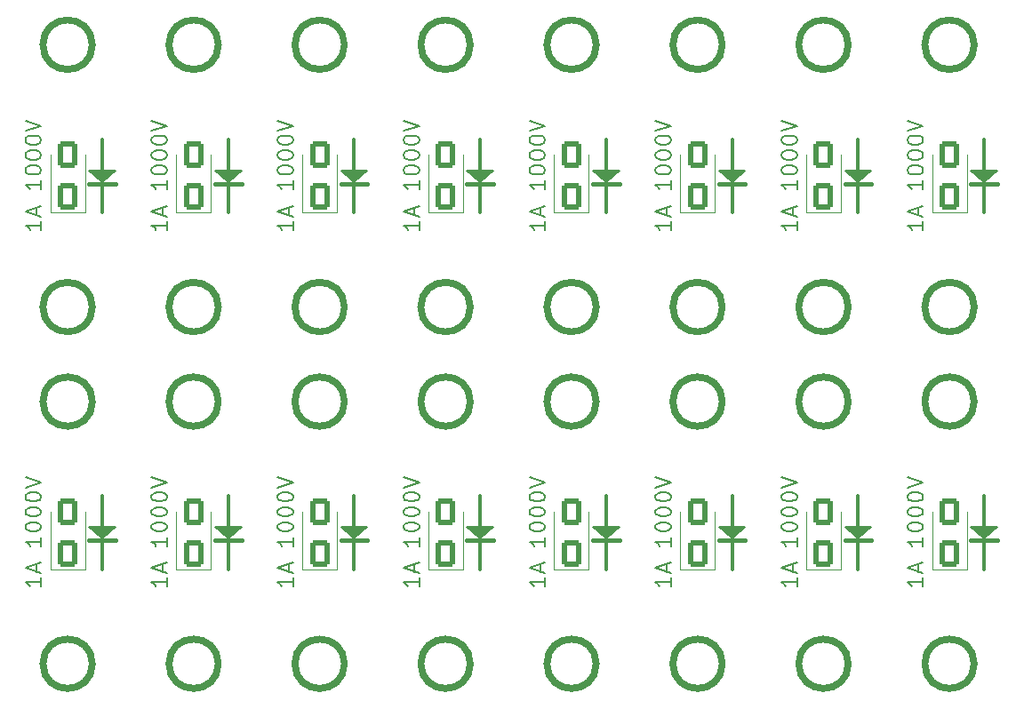
<source format=gbr>
%TF.GenerationSoftware,KiCad,Pcbnew,8.0.2*%
%TF.CreationDate,2024-06-26T22:28:10+07:00*%
%TF.ProjectId,Diode_M7_Panel,44696f64-655f-44d3-975f-50616e656c2e,rev?*%
%TF.SameCoordinates,Original*%
%TF.FileFunction,Legend,Top*%
%TF.FilePolarity,Positive*%
%FSLAX46Y46*%
G04 Gerber Fmt 4.6, Leading zero omitted, Abs format (unit mm)*
G04 Created by KiCad (PCBNEW 8.0.2) date 2024-06-26 22:28:10*
%MOMM*%
%LPD*%
G01*
G04 APERTURE LIST*
G04 Aperture macros list*
%AMRoundRect*
0 Rectangle with rounded corners*
0 $1 Rounding radius*
0 $2 $3 $4 $5 $6 $7 $8 $9 X,Y pos of 4 corners*
0 Add a 4 corners polygon primitive as box body*
4,1,4,$2,$3,$4,$5,$6,$7,$8,$9,$2,$3,0*
0 Add four circle primitives for the rounded corners*
1,1,$1+$1,$2,$3*
1,1,$1+$1,$4,$5*
1,1,$1+$1,$6,$7*
1,1,$1+$1,$8,$9*
0 Add four rect primitives between the rounded corners*
20,1,$1+$1,$2,$3,$4,$5,0*
20,1,$1+$1,$4,$5,$6,$7,0*
20,1,$1+$1,$6,$7,$8,$9,0*
20,1,$1+$1,$8,$9,$2,$3,0*%
G04 Aperture macros list end*
%ADD10C,0.200000*%
%ADD11C,0.400000*%
%ADD12C,0.700000*%
%ADD13C,0.300000*%
%ADD14C,0.120000*%
%ADD15C,4.000000*%
%ADD16RoundRect,0.250000X0.650000X-1.000000X0.650000X1.000000X-0.650000X1.000000X-0.650000X-1.000000X0*%
G04 APERTURE END LIST*
D10*
X74483135Y-62304634D02*
X74483135Y-63161777D01*
X74483135Y-62733206D02*
X72983135Y-62733206D01*
X72983135Y-62733206D02*
X73197421Y-62876063D01*
X73197421Y-62876063D02*
X73340278Y-63018920D01*
X73340278Y-63018920D02*
X73411707Y-63161777D01*
X74054564Y-61733206D02*
X74054564Y-61018921D01*
X74483135Y-61876063D02*
X72983135Y-61376063D01*
X72983135Y-61376063D02*
X74483135Y-60876063D01*
X74483135Y-58447492D02*
X74483135Y-59304635D01*
X74483135Y-58876064D02*
X72983135Y-58876064D01*
X72983135Y-58876064D02*
X73197421Y-59018921D01*
X73197421Y-59018921D02*
X73340278Y-59161778D01*
X73340278Y-59161778D02*
X73411707Y-59304635D01*
X72983135Y-57518921D02*
X72983135Y-57376064D01*
X72983135Y-57376064D02*
X73054564Y-57233207D01*
X73054564Y-57233207D02*
X73125992Y-57161779D01*
X73125992Y-57161779D02*
X73268849Y-57090350D01*
X73268849Y-57090350D02*
X73554564Y-57018921D01*
X73554564Y-57018921D02*
X73911707Y-57018921D01*
X73911707Y-57018921D02*
X74197421Y-57090350D01*
X74197421Y-57090350D02*
X74340278Y-57161779D01*
X74340278Y-57161779D02*
X74411707Y-57233207D01*
X74411707Y-57233207D02*
X74483135Y-57376064D01*
X74483135Y-57376064D02*
X74483135Y-57518921D01*
X74483135Y-57518921D02*
X74411707Y-57661779D01*
X74411707Y-57661779D02*
X74340278Y-57733207D01*
X74340278Y-57733207D02*
X74197421Y-57804636D01*
X74197421Y-57804636D02*
X73911707Y-57876064D01*
X73911707Y-57876064D02*
X73554564Y-57876064D01*
X73554564Y-57876064D02*
X73268849Y-57804636D01*
X73268849Y-57804636D02*
X73125992Y-57733207D01*
X73125992Y-57733207D02*
X73054564Y-57661779D01*
X73054564Y-57661779D02*
X72983135Y-57518921D01*
X72983135Y-56090350D02*
X72983135Y-55947493D01*
X72983135Y-55947493D02*
X73054564Y-55804636D01*
X73054564Y-55804636D02*
X73125992Y-55733208D01*
X73125992Y-55733208D02*
X73268849Y-55661779D01*
X73268849Y-55661779D02*
X73554564Y-55590350D01*
X73554564Y-55590350D02*
X73911707Y-55590350D01*
X73911707Y-55590350D02*
X74197421Y-55661779D01*
X74197421Y-55661779D02*
X74340278Y-55733208D01*
X74340278Y-55733208D02*
X74411707Y-55804636D01*
X74411707Y-55804636D02*
X74483135Y-55947493D01*
X74483135Y-55947493D02*
X74483135Y-56090350D01*
X74483135Y-56090350D02*
X74411707Y-56233208D01*
X74411707Y-56233208D02*
X74340278Y-56304636D01*
X74340278Y-56304636D02*
X74197421Y-56376065D01*
X74197421Y-56376065D02*
X73911707Y-56447493D01*
X73911707Y-56447493D02*
X73554564Y-56447493D01*
X73554564Y-56447493D02*
X73268849Y-56376065D01*
X73268849Y-56376065D02*
X73125992Y-56304636D01*
X73125992Y-56304636D02*
X73054564Y-56233208D01*
X73054564Y-56233208D02*
X72983135Y-56090350D01*
X72983135Y-54661779D02*
X72983135Y-54518922D01*
X72983135Y-54518922D02*
X73054564Y-54376065D01*
X73054564Y-54376065D02*
X73125992Y-54304637D01*
X73125992Y-54304637D02*
X73268849Y-54233208D01*
X73268849Y-54233208D02*
X73554564Y-54161779D01*
X73554564Y-54161779D02*
X73911707Y-54161779D01*
X73911707Y-54161779D02*
X74197421Y-54233208D01*
X74197421Y-54233208D02*
X74340278Y-54304637D01*
X74340278Y-54304637D02*
X74411707Y-54376065D01*
X74411707Y-54376065D02*
X74483135Y-54518922D01*
X74483135Y-54518922D02*
X74483135Y-54661779D01*
X74483135Y-54661779D02*
X74411707Y-54804637D01*
X74411707Y-54804637D02*
X74340278Y-54876065D01*
X74340278Y-54876065D02*
X74197421Y-54947494D01*
X74197421Y-54947494D02*
X73911707Y-55018922D01*
X73911707Y-55018922D02*
X73554564Y-55018922D01*
X73554564Y-55018922D02*
X73268849Y-54947494D01*
X73268849Y-54947494D02*
X73125992Y-54876065D01*
X73125992Y-54876065D02*
X73054564Y-54804637D01*
X73054564Y-54804637D02*
X72983135Y-54661779D01*
X72983135Y-53733208D02*
X74483135Y-53233208D01*
X74483135Y-53233208D02*
X72983135Y-52733208D01*
X26483135Y-28304634D02*
X26483135Y-29161777D01*
X26483135Y-28733206D02*
X24983135Y-28733206D01*
X24983135Y-28733206D02*
X25197421Y-28876063D01*
X25197421Y-28876063D02*
X25340278Y-29018920D01*
X25340278Y-29018920D02*
X25411707Y-29161777D01*
X26054564Y-27733206D02*
X26054564Y-27018921D01*
X26483135Y-27876063D02*
X24983135Y-27376063D01*
X24983135Y-27376063D02*
X26483135Y-26876063D01*
X26483135Y-24447492D02*
X26483135Y-25304635D01*
X26483135Y-24876064D02*
X24983135Y-24876064D01*
X24983135Y-24876064D02*
X25197421Y-25018921D01*
X25197421Y-25018921D02*
X25340278Y-25161778D01*
X25340278Y-25161778D02*
X25411707Y-25304635D01*
X24983135Y-23518921D02*
X24983135Y-23376064D01*
X24983135Y-23376064D02*
X25054564Y-23233207D01*
X25054564Y-23233207D02*
X25125992Y-23161779D01*
X25125992Y-23161779D02*
X25268849Y-23090350D01*
X25268849Y-23090350D02*
X25554564Y-23018921D01*
X25554564Y-23018921D02*
X25911707Y-23018921D01*
X25911707Y-23018921D02*
X26197421Y-23090350D01*
X26197421Y-23090350D02*
X26340278Y-23161779D01*
X26340278Y-23161779D02*
X26411707Y-23233207D01*
X26411707Y-23233207D02*
X26483135Y-23376064D01*
X26483135Y-23376064D02*
X26483135Y-23518921D01*
X26483135Y-23518921D02*
X26411707Y-23661779D01*
X26411707Y-23661779D02*
X26340278Y-23733207D01*
X26340278Y-23733207D02*
X26197421Y-23804636D01*
X26197421Y-23804636D02*
X25911707Y-23876064D01*
X25911707Y-23876064D02*
X25554564Y-23876064D01*
X25554564Y-23876064D02*
X25268849Y-23804636D01*
X25268849Y-23804636D02*
X25125992Y-23733207D01*
X25125992Y-23733207D02*
X25054564Y-23661779D01*
X25054564Y-23661779D02*
X24983135Y-23518921D01*
X24983135Y-22090350D02*
X24983135Y-21947493D01*
X24983135Y-21947493D02*
X25054564Y-21804636D01*
X25054564Y-21804636D02*
X25125992Y-21733208D01*
X25125992Y-21733208D02*
X25268849Y-21661779D01*
X25268849Y-21661779D02*
X25554564Y-21590350D01*
X25554564Y-21590350D02*
X25911707Y-21590350D01*
X25911707Y-21590350D02*
X26197421Y-21661779D01*
X26197421Y-21661779D02*
X26340278Y-21733208D01*
X26340278Y-21733208D02*
X26411707Y-21804636D01*
X26411707Y-21804636D02*
X26483135Y-21947493D01*
X26483135Y-21947493D02*
X26483135Y-22090350D01*
X26483135Y-22090350D02*
X26411707Y-22233208D01*
X26411707Y-22233208D02*
X26340278Y-22304636D01*
X26340278Y-22304636D02*
X26197421Y-22376065D01*
X26197421Y-22376065D02*
X25911707Y-22447493D01*
X25911707Y-22447493D02*
X25554564Y-22447493D01*
X25554564Y-22447493D02*
X25268849Y-22376065D01*
X25268849Y-22376065D02*
X25125992Y-22304636D01*
X25125992Y-22304636D02*
X25054564Y-22233208D01*
X25054564Y-22233208D02*
X24983135Y-22090350D01*
X24983135Y-20661779D02*
X24983135Y-20518922D01*
X24983135Y-20518922D02*
X25054564Y-20376065D01*
X25054564Y-20376065D02*
X25125992Y-20304637D01*
X25125992Y-20304637D02*
X25268849Y-20233208D01*
X25268849Y-20233208D02*
X25554564Y-20161779D01*
X25554564Y-20161779D02*
X25911707Y-20161779D01*
X25911707Y-20161779D02*
X26197421Y-20233208D01*
X26197421Y-20233208D02*
X26340278Y-20304637D01*
X26340278Y-20304637D02*
X26411707Y-20376065D01*
X26411707Y-20376065D02*
X26483135Y-20518922D01*
X26483135Y-20518922D02*
X26483135Y-20661779D01*
X26483135Y-20661779D02*
X26411707Y-20804637D01*
X26411707Y-20804637D02*
X26340278Y-20876065D01*
X26340278Y-20876065D02*
X26197421Y-20947494D01*
X26197421Y-20947494D02*
X25911707Y-21018922D01*
X25911707Y-21018922D02*
X25554564Y-21018922D01*
X25554564Y-21018922D02*
X25268849Y-20947494D01*
X25268849Y-20947494D02*
X25125992Y-20876065D01*
X25125992Y-20876065D02*
X25054564Y-20804637D01*
X25054564Y-20804637D02*
X24983135Y-20661779D01*
X24983135Y-19733208D02*
X26483135Y-19233208D01*
X26483135Y-19233208D02*
X24983135Y-18733208D01*
X2483135Y-28304634D02*
X2483135Y-29161777D01*
X2483135Y-28733206D02*
X983135Y-28733206D01*
X983135Y-28733206D02*
X1197421Y-28876063D01*
X1197421Y-28876063D02*
X1340278Y-29018920D01*
X1340278Y-29018920D02*
X1411707Y-29161777D01*
X2054564Y-27733206D02*
X2054564Y-27018921D01*
X2483135Y-27876063D02*
X983135Y-27376063D01*
X983135Y-27376063D02*
X2483135Y-26876063D01*
X2483135Y-24447492D02*
X2483135Y-25304635D01*
X2483135Y-24876064D02*
X983135Y-24876064D01*
X983135Y-24876064D02*
X1197421Y-25018921D01*
X1197421Y-25018921D02*
X1340278Y-25161778D01*
X1340278Y-25161778D02*
X1411707Y-25304635D01*
X983135Y-23518921D02*
X983135Y-23376064D01*
X983135Y-23376064D02*
X1054564Y-23233207D01*
X1054564Y-23233207D02*
X1125992Y-23161779D01*
X1125992Y-23161779D02*
X1268849Y-23090350D01*
X1268849Y-23090350D02*
X1554564Y-23018921D01*
X1554564Y-23018921D02*
X1911707Y-23018921D01*
X1911707Y-23018921D02*
X2197421Y-23090350D01*
X2197421Y-23090350D02*
X2340278Y-23161779D01*
X2340278Y-23161779D02*
X2411707Y-23233207D01*
X2411707Y-23233207D02*
X2483135Y-23376064D01*
X2483135Y-23376064D02*
X2483135Y-23518921D01*
X2483135Y-23518921D02*
X2411707Y-23661779D01*
X2411707Y-23661779D02*
X2340278Y-23733207D01*
X2340278Y-23733207D02*
X2197421Y-23804636D01*
X2197421Y-23804636D02*
X1911707Y-23876064D01*
X1911707Y-23876064D02*
X1554564Y-23876064D01*
X1554564Y-23876064D02*
X1268849Y-23804636D01*
X1268849Y-23804636D02*
X1125992Y-23733207D01*
X1125992Y-23733207D02*
X1054564Y-23661779D01*
X1054564Y-23661779D02*
X983135Y-23518921D01*
X983135Y-22090350D02*
X983135Y-21947493D01*
X983135Y-21947493D02*
X1054564Y-21804636D01*
X1054564Y-21804636D02*
X1125992Y-21733208D01*
X1125992Y-21733208D02*
X1268849Y-21661779D01*
X1268849Y-21661779D02*
X1554564Y-21590350D01*
X1554564Y-21590350D02*
X1911707Y-21590350D01*
X1911707Y-21590350D02*
X2197421Y-21661779D01*
X2197421Y-21661779D02*
X2340278Y-21733208D01*
X2340278Y-21733208D02*
X2411707Y-21804636D01*
X2411707Y-21804636D02*
X2483135Y-21947493D01*
X2483135Y-21947493D02*
X2483135Y-22090350D01*
X2483135Y-22090350D02*
X2411707Y-22233208D01*
X2411707Y-22233208D02*
X2340278Y-22304636D01*
X2340278Y-22304636D02*
X2197421Y-22376065D01*
X2197421Y-22376065D02*
X1911707Y-22447493D01*
X1911707Y-22447493D02*
X1554564Y-22447493D01*
X1554564Y-22447493D02*
X1268849Y-22376065D01*
X1268849Y-22376065D02*
X1125992Y-22304636D01*
X1125992Y-22304636D02*
X1054564Y-22233208D01*
X1054564Y-22233208D02*
X983135Y-22090350D01*
X983135Y-20661779D02*
X983135Y-20518922D01*
X983135Y-20518922D02*
X1054564Y-20376065D01*
X1054564Y-20376065D02*
X1125992Y-20304637D01*
X1125992Y-20304637D02*
X1268849Y-20233208D01*
X1268849Y-20233208D02*
X1554564Y-20161779D01*
X1554564Y-20161779D02*
X1911707Y-20161779D01*
X1911707Y-20161779D02*
X2197421Y-20233208D01*
X2197421Y-20233208D02*
X2340278Y-20304637D01*
X2340278Y-20304637D02*
X2411707Y-20376065D01*
X2411707Y-20376065D02*
X2483135Y-20518922D01*
X2483135Y-20518922D02*
X2483135Y-20661779D01*
X2483135Y-20661779D02*
X2411707Y-20804637D01*
X2411707Y-20804637D02*
X2340278Y-20876065D01*
X2340278Y-20876065D02*
X2197421Y-20947494D01*
X2197421Y-20947494D02*
X1911707Y-21018922D01*
X1911707Y-21018922D02*
X1554564Y-21018922D01*
X1554564Y-21018922D02*
X1268849Y-20947494D01*
X1268849Y-20947494D02*
X1125992Y-20876065D01*
X1125992Y-20876065D02*
X1054564Y-20804637D01*
X1054564Y-20804637D02*
X983135Y-20661779D01*
X983135Y-19733208D02*
X2483135Y-19233208D01*
X2483135Y-19233208D02*
X983135Y-18733208D01*
X2483135Y-62304634D02*
X2483135Y-63161777D01*
X2483135Y-62733206D02*
X983135Y-62733206D01*
X983135Y-62733206D02*
X1197421Y-62876063D01*
X1197421Y-62876063D02*
X1340278Y-63018920D01*
X1340278Y-63018920D02*
X1411707Y-63161777D01*
X2054564Y-61733206D02*
X2054564Y-61018921D01*
X2483135Y-61876063D02*
X983135Y-61376063D01*
X983135Y-61376063D02*
X2483135Y-60876063D01*
X2483135Y-58447492D02*
X2483135Y-59304635D01*
X2483135Y-58876064D02*
X983135Y-58876064D01*
X983135Y-58876064D02*
X1197421Y-59018921D01*
X1197421Y-59018921D02*
X1340278Y-59161778D01*
X1340278Y-59161778D02*
X1411707Y-59304635D01*
X983135Y-57518921D02*
X983135Y-57376064D01*
X983135Y-57376064D02*
X1054564Y-57233207D01*
X1054564Y-57233207D02*
X1125992Y-57161779D01*
X1125992Y-57161779D02*
X1268849Y-57090350D01*
X1268849Y-57090350D02*
X1554564Y-57018921D01*
X1554564Y-57018921D02*
X1911707Y-57018921D01*
X1911707Y-57018921D02*
X2197421Y-57090350D01*
X2197421Y-57090350D02*
X2340278Y-57161779D01*
X2340278Y-57161779D02*
X2411707Y-57233207D01*
X2411707Y-57233207D02*
X2483135Y-57376064D01*
X2483135Y-57376064D02*
X2483135Y-57518921D01*
X2483135Y-57518921D02*
X2411707Y-57661779D01*
X2411707Y-57661779D02*
X2340278Y-57733207D01*
X2340278Y-57733207D02*
X2197421Y-57804636D01*
X2197421Y-57804636D02*
X1911707Y-57876064D01*
X1911707Y-57876064D02*
X1554564Y-57876064D01*
X1554564Y-57876064D02*
X1268849Y-57804636D01*
X1268849Y-57804636D02*
X1125992Y-57733207D01*
X1125992Y-57733207D02*
X1054564Y-57661779D01*
X1054564Y-57661779D02*
X983135Y-57518921D01*
X983135Y-56090350D02*
X983135Y-55947493D01*
X983135Y-55947493D02*
X1054564Y-55804636D01*
X1054564Y-55804636D02*
X1125992Y-55733208D01*
X1125992Y-55733208D02*
X1268849Y-55661779D01*
X1268849Y-55661779D02*
X1554564Y-55590350D01*
X1554564Y-55590350D02*
X1911707Y-55590350D01*
X1911707Y-55590350D02*
X2197421Y-55661779D01*
X2197421Y-55661779D02*
X2340278Y-55733208D01*
X2340278Y-55733208D02*
X2411707Y-55804636D01*
X2411707Y-55804636D02*
X2483135Y-55947493D01*
X2483135Y-55947493D02*
X2483135Y-56090350D01*
X2483135Y-56090350D02*
X2411707Y-56233208D01*
X2411707Y-56233208D02*
X2340278Y-56304636D01*
X2340278Y-56304636D02*
X2197421Y-56376065D01*
X2197421Y-56376065D02*
X1911707Y-56447493D01*
X1911707Y-56447493D02*
X1554564Y-56447493D01*
X1554564Y-56447493D02*
X1268849Y-56376065D01*
X1268849Y-56376065D02*
X1125992Y-56304636D01*
X1125992Y-56304636D02*
X1054564Y-56233208D01*
X1054564Y-56233208D02*
X983135Y-56090350D01*
X983135Y-54661779D02*
X983135Y-54518922D01*
X983135Y-54518922D02*
X1054564Y-54376065D01*
X1054564Y-54376065D02*
X1125992Y-54304637D01*
X1125992Y-54304637D02*
X1268849Y-54233208D01*
X1268849Y-54233208D02*
X1554564Y-54161779D01*
X1554564Y-54161779D02*
X1911707Y-54161779D01*
X1911707Y-54161779D02*
X2197421Y-54233208D01*
X2197421Y-54233208D02*
X2340278Y-54304637D01*
X2340278Y-54304637D02*
X2411707Y-54376065D01*
X2411707Y-54376065D02*
X2483135Y-54518922D01*
X2483135Y-54518922D02*
X2483135Y-54661779D01*
X2483135Y-54661779D02*
X2411707Y-54804637D01*
X2411707Y-54804637D02*
X2340278Y-54876065D01*
X2340278Y-54876065D02*
X2197421Y-54947494D01*
X2197421Y-54947494D02*
X1911707Y-55018922D01*
X1911707Y-55018922D02*
X1554564Y-55018922D01*
X1554564Y-55018922D02*
X1268849Y-54947494D01*
X1268849Y-54947494D02*
X1125992Y-54876065D01*
X1125992Y-54876065D02*
X1054564Y-54804637D01*
X1054564Y-54804637D02*
X983135Y-54661779D01*
X983135Y-53733208D02*
X2483135Y-53233208D01*
X2483135Y-53233208D02*
X983135Y-52733208D01*
X50483135Y-62304634D02*
X50483135Y-63161777D01*
X50483135Y-62733206D02*
X48983135Y-62733206D01*
X48983135Y-62733206D02*
X49197421Y-62876063D01*
X49197421Y-62876063D02*
X49340278Y-63018920D01*
X49340278Y-63018920D02*
X49411707Y-63161777D01*
X50054564Y-61733206D02*
X50054564Y-61018921D01*
X50483135Y-61876063D02*
X48983135Y-61376063D01*
X48983135Y-61376063D02*
X50483135Y-60876063D01*
X50483135Y-58447492D02*
X50483135Y-59304635D01*
X50483135Y-58876064D02*
X48983135Y-58876064D01*
X48983135Y-58876064D02*
X49197421Y-59018921D01*
X49197421Y-59018921D02*
X49340278Y-59161778D01*
X49340278Y-59161778D02*
X49411707Y-59304635D01*
X48983135Y-57518921D02*
X48983135Y-57376064D01*
X48983135Y-57376064D02*
X49054564Y-57233207D01*
X49054564Y-57233207D02*
X49125992Y-57161779D01*
X49125992Y-57161779D02*
X49268849Y-57090350D01*
X49268849Y-57090350D02*
X49554564Y-57018921D01*
X49554564Y-57018921D02*
X49911707Y-57018921D01*
X49911707Y-57018921D02*
X50197421Y-57090350D01*
X50197421Y-57090350D02*
X50340278Y-57161779D01*
X50340278Y-57161779D02*
X50411707Y-57233207D01*
X50411707Y-57233207D02*
X50483135Y-57376064D01*
X50483135Y-57376064D02*
X50483135Y-57518921D01*
X50483135Y-57518921D02*
X50411707Y-57661779D01*
X50411707Y-57661779D02*
X50340278Y-57733207D01*
X50340278Y-57733207D02*
X50197421Y-57804636D01*
X50197421Y-57804636D02*
X49911707Y-57876064D01*
X49911707Y-57876064D02*
X49554564Y-57876064D01*
X49554564Y-57876064D02*
X49268849Y-57804636D01*
X49268849Y-57804636D02*
X49125992Y-57733207D01*
X49125992Y-57733207D02*
X49054564Y-57661779D01*
X49054564Y-57661779D02*
X48983135Y-57518921D01*
X48983135Y-56090350D02*
X48983135Y-55947493D01*
X48983135Y-55947493D02*
X49054564Y-55804636D01*
X49054564Y-55804636D02*
X49125992Y-55733208D01*
X49125992Y-55733208D02*
X49268849Y-55661779D01*
X49268849Y-55661779D02*
X49554564Y-55590350D01*
X49554564Y-55590350D02*
X49911707Y-55590350D01*
X49911707Y-55590350D02*
X50197421Y-55661779D01*
X50197421Y-55661779D02*
X50340278Y-55733208D01*
X50340278Y-55733208D02*
X50411707Y-55804636D01*
X50411707Y-55804636D02*
X50483135Y-55947493D01*
X50483135Y-55947493D02*
X50483135Y-56090350D01*
X50483135Y-56090350D02*
X50411707Y-56233208D01*
X50411707Y-56233208D02*
X50340278Y-56304636D01*
X50340278Y-56304636D02*
X50197421Y-56376065D01*
X50197421Y-56376065D02*
X49911707Y-56447493D01*
X49911707Y-56447493D02*
X49554564Y-56447493D01*
X49554564Y-56447493D02*
X49268849Y-56376065D01*
X49268849Y-56376065D02*
X49125992Y-56304636D01*
X49125992Y-56304636D02*
X49054564Y-56233208D01*
X49054564Y-56233208D02*
X48983135Y-56090350D01*
X48983135Y-54661779D02*
X48983135Y-54518922D01*
X48983135Y-54518922D02*
X49054564Y-54376065D01*
X49054564Y-54376065D02*
X49125992Y-54304637D01*
X49125992Y-54304637D02*
X49268849Y-54233208D01*
X49268849Y-54233208D02*
X49554564Y-54161779D01*
X49554564Y-54161779D02*
X49911707Y-54161779D01*
X49911707Y-54161779D02*
X50197421Y-54233208D01*
X50197421Y-54233208D02*
X50340278Y-54304637D01*
X50340278Y-54304637D02*
X50411707Y-54376065D01*
X50411707Y-54376065D02*
X50483135Y-54518922D01*
X50483135Y-54518922D02*
X50483135Y-54661779D01*
X50483135Y-54661779D02*
X50411707Y-54804637D01*
X50411707Y-54804637D02*
X50340278Y-54876065D01*
X50340278Y-54876065D02*
X50197421Y-54947494D01*
X50197421Y-54947494D02*
X49911707Y-55018922D01*
X49911707Y-55018922D02*
X49554564Y-55018922D01*
X49554564Y-55018922D02*
X49268849Y-54947494D01*
X49268849Y-54947494D02*
X49125992Y-54876065D01*
X49125992Y-54876065D02*
X49054564Y-54804637D01*
X49054564Y-54804637D02*
X48983135Y-54661779D01*
X48983135Y-53733208D02*
X50483135Y-53233208D01*
X50483135Y-53233208D02*
X48983135Y-52733208D01*
X62483135Y-62304634D02*
X62483135Y-63161777D01*
X62483135Y-62733206D02*
X60983135Y-62733206D01*
X60983135Y-62733206D02*
X61197421Y-62876063D01*
X61197421Y-62876063D02*
X61340278Y-63018920D01*
X61340278Y-63018920D02*
X61411707Y-63161777D01*
X62054564Y-61733206D02*
X62054564Y-61018921D01*
X62483135Y-61876063D02*
X60983135Y-61376063D01*
X60983135Y-61376063D02*
X62483135Y-60876063D01*
X62483135Y-58447492D02*
X62483135Y-59304635D01*
X62483135Y-58876064D02*
X60983135Y-58876064D01*
X60983135Y-58876064D02*
X61197421Y-59018921D01*
X61197421Y-59018921D02*
X61340278Y-59161778D01*
X61340278Y-59161778D02*
X61411707Y-59304635D01*
X60983135Y-57518921D02*
X60983135Y-57376064D01*
X60983135Y-57376064D02*
X61054564Y-57233207D01*
X61054564Y-57233207D02*
X61125992Y-57161779D01*
X61125992Y-57161779D02*
X61268849Y-57090350D01*
X61268849Y-57090350D02*
X61554564Y-57018921D01*
X61554564Y-57018921D02*
X61911707Y-57018921D01*
X61911707Y-57018921D02*
X62197421Y-57090350D01*
X62197421Y-57090350D02*
X62340278Y-57161779D01*
X62340278Y-57161779D02*
X62411707Y-57233207D01*
X62411707Y-57233207D02*
X62483135Y-57376064D01*
X62483135Y-57376064D02*
X62483135Y-57518921D01*
X62483135Y-57518921D02*
X62411707Y-57661779D01*
X62411707Y-57661779D02*
X62340278Y-57733207D01*
X62340278Y-57733207D02*
X62197421Y-57804636D01*
X62197421Y-57804636D02*
X61911707Y-57876064D01*
X61911707Y-57876064D02*
X61554564Y-57876064D01*
X61554564Y-57876064D02*
X61268849Y-57804636D01*
X61268849Y-57804636D02*
X61125992Y-57733207D01*
X61125992Y-57733207D02*
X61054564Y-57661779D01*
X61054564Y-57661779D02*
X60983135Y-57518921D01*
X60983135Y-56090350D02*
X60983135Y-55947493D01*
X60983135Y-55947493D02*
X61054564Y-55804636D01*
X61054564Y-55804636D02*
X61125992Y-55733208D01*
X61125992Y-55733208D02*
X61268849Y-55661779D01*
X61268849Y-55661779D02*
X61554564Y-55590350D01*
X61554564Y-55590350D02*
X61911707Y-55590350D01*
X61911707Y-55590350D02*
X62197421Y-55661779D01*
X62197421Y-55661779D02*
X62340278Y-55733208D01*
X62340278Y-55733208D02*
X62411707Y-55804636D01*
X62411707Y-55804636D02*
X62483135Y-55947493D01*
X62483135Y-55947493D02*
X62483135Y-56090350D01*
X62483135Y-56090350D02*
X62411707Y-56233208D01*
X62411707Y-56233208D02*
X62340278Y-56304636D01*
X62340278Y-56304636D02*
X62197421Y-56376065D01*
X62197421Y-56376065D02*
X61911707Y-56447493D01*
X61911707Y-56447493D02*
X61554564Y-56447493D01*
X61554564Y-56447493D02*
X61268849Y-56376065D01*
X61268849Y-56376065D02*
X61125992Y-56304636D01*
X61125992Y-56304636D02*
X61054564Y-56233208D01*
X61054564Y-56233208D02*
X60983135Y-56090350D01*
X60983135Y-54661779D02*
X60983135Y-54518922D01*
X60983135Y-54518922D02*
X61054564Y-54376065D01*
X61054564Y-54376065D02*
X61125992Y-54304637D01*
X61125992Y-54304637D02*
X61268849Y-54233208D01*
X61268849Y-54233208D02*
X61554564Y-54161779D01*
X61554564Y-54161779D02*
X61911707Y-54161779D01*
X61911707Y-54161779D02*
X62197421Y-54233208D01*
X62197421Y-54233208D02*
X62340278Y-54304637D01*
X62340278Y-54304637D02*
X62411707Y-54376065D01*
X62411707Y-54376065D02*
X62483135Y-54518922D01*
X62483135Y-54518922D02*
X62483135Y-54661779D01*
X62483135Y-54661779D02*
X62411707Y-54804637D01*
X62411707Y-54804637D02*
X62340278Y-54876065D01*
X62340278Y-54876065D02*
X62197421Y-54947494D01*
X62197421Y-54947494D02*
X61911707Y-55018922D01*
X61911707Y-55018922D02*
X61554564Y-55018922D01*
X61554564Y-55018922D02*
X61268849Y-54947494D01*
X61268849Y-54947494D02*
X61125992Y-54876065D01*
X61125992Y-54876065D02*
X61054564Y-54804637D01*
X61054564Y-54804637D02*
X60983135Y-54661779D01*
X60983135Y-53733208D02*
X62483135Y-53233208D01*
X62483135Y-53233208D02*
X60983135Y-52733208D01*
X26483135Y-62304634D02*
X26483135Y-63161777D01*
X26483135Y-62733206D02*
X24983135Y-62733206D01*
X24983135Y-62733206D02*
X25197421Y-62876063D01*
X25197421Y-62876063D02*
X25340278Y-63018920D01*
X25340278Y-63018920D02*
X25411707Y-63161777D01*
X26054564Y-61733206D02*
X26054564Y-61018921D01*
X26483135Y-61876063D02*
X24983135Y-61376063D01*
X24983135Y-61376063D02*
X26483135Y-60876063D01*
X26483135Y-58447492D02*
X26483135Y-59304635D01*
X26483135Y-58876064D02*
X24983135Y-58876064D01*
X24983135Y-58876064D02*
X25197421Y-59018921D01*
X25197421Y-59018921D02*
X25340278Y-59161778D01*
X25340278Y-59161778D02*
X25411707Y-59304635D01*
X24983135Y-57518921D02*
X24983135Y-57376064D01*
X24983135Y-57376064D02*
X25054564Y-57233207D01*
X25054564Y-57233207D02*
X25125992Y-57161779D01*
X25125992Y-57161779D02*
X25268849Y-57090350D01*
X25268849Y-57090350D02*
X25554564Y-57018921D01*
X25554564Y-57018921D02*
X25911707Y-57018921D01*
X25911707Y-57018921D02*
X26197421Y-57090350D01*
X26197421Y-57090350D02*
X26340278Y-57161779D01*
X26340278Y-57161779D02*
X26411707Y-57233207D01*
X26411707Y-57233207D02*
X26483135Y-57376064D01*
X26483135Y-57376064D02*
X26483135Y-57518921D01*
X26483135Y-57518921D02*
X26411707Y-57661779D01*
X26411707Y-57661779D02*
X26340278Y-57733207D01*
X26340278Y-57733207D02*
X26197421Y-57804636D01*
X26197421Y-57804636D02*
X25911707Y-57876064D01*
X25911707Y-57876064D02*
X25554564Y-57876064D01*
X25554564Y-57876064D02*
X25268849Y-57804636D01*
X25268849Y-57804636D02*
X25125992Y-57733207D01*
X25125992Y-57733207D02*
X25054564Y-57661779D01*
X25054564Y-57661779D02*
X24983135Y-57518921D01*
X24983135Y-56090350D02*
X24983135Y-55947493D01*
X24983135Y-55947493D02*
X25054564Y-55804636D01*
X25054564Y-55804636D02*
X25125992Y-55733208D01*
X25125992Y-55733208D02*
X25268849Y-55661779D01*
X25268849Y-55661779D02*
X25554564Y-55590350D01*
X25554564Y-55590350D02*
X25911707Y-55590350D01*
X25911707Y-55590350D02*
X26197421Y-55661779D01*
X26197421Y-55661779D02*
X26340278Y-55733208D01*
X26340278Y-55733208D02*
X26411707Y-55804636D01*
X26411707Y-55804636D02*
X26483135Y-55947493D01*
X26483135Y-55947493D02*
X26483135Y-56090350D01*
X26483135Y-56090350D02*
X26411707Y-56233208D01*
X26411707Y-56233208D02*
X26340278Y-56304636D01*
X26340278Y-56304636D02*
X26197421Y-56376065D01*
X26197421Y-56376065D02*
X25911707Y-56447493D01*
X25911707Y-56447493D02*
X25554564Y-56447493D01*
X25554564Y-56447493D02*
X25268849Y-56376065D01*
X25268849Y-56376065D02*
X25125992Y-56304636D01*
X25125992Y-56304636D02*
X25054564Y-56233208D01*
X25054564Y-56233208D02*
X24983135Y-56090350D01*
X24983135Y-54661779D02*
X24983135Y-54518922D01*
X24983135Y-54518922D02*
X25054564Y-54376065D01*
X25054564Y-54376065D02*
X25125992Y-54304637D01*
X25125992Y-54304637D02*
X25268849Y-54233208D01*
X25268849Y-54233208D02*
X25554564Y-54161779D01*
X25554564Y-54161779D02*
X25911707Y-54161779D01*
X25911707Y-54161779D02*
X26197421Y-54233208D01*
X26197421Y-54233208D02*
X26340278Y-54304637D01*
X26340278Y-54304637D02*
X26411707Y-54376065D01*
X26411707Y-54376065D02*
X26483135Y-54518922D01*
X26483135Y-54518922D02*
X26483135Y-54661779D01*
X26483135Y-54661779D02*
X26411707Y-54804637D01*
X26411707Y-54804637D02*
X26340278Y-54876065D01*
X26340278Y-54876065D02*
X26197421Y-54947494D01*
X26197421Y-54947494D02*
X25911707Y-55018922D01*
X25911707Y-55018922D02*
X25554564Y-55018922D01*
X25554564Y-55018922D02*
X25268849Y-54947494D01*
X25268849Y-54947494D02*
X25125992Y-54876065D01*
X25125992Y-54876065D02*
X25054564Y-54804637D01*
X25054564Y-54804637D02*
X24983135Y-54661779D01*
X24983135Y-53733208D02*
X26483135Y-53233208D01*
X26483135Y-53233208D02*
X24983135Y-52733208D01*
X38483135Y-28304634D02*
X38483135Y-29161777D01*
X38483135Y-28733206D02*
X36983135Y-28733206D01*
X36983135Y-28733206D02*
X37197421Y-28876063D01*
X37197421Y-28876063D02*
X37340278Y-29018920D01*
X37340278Y-29018920D02*
X37411707Y-29161777D01*
X38054564Y-27733206D02*
X38054564Y-27018921D01*
X38483135Y-27876063D02*
X36983135Y-27376063D01*
X36983135Y-27376063D02*
X38483135Y-26876063D01*
X38483135Y-24447492D02*
X38483135Y-25304635D01*
X38483135Y-24876064D02*
X36983135Y-24876064D01*
X36983135Y-24876064D02*
X37197421Y-25018921D01*
X37197421Y-25018921D02*
X37340278Y-25161778D01*
X37340278Y-25161778D02*
X37411707Y-25304635D01*
X36983135Y-23518921D02*
X36983135Y-23376064D01*
X36983135Y-23376064D02*
X37054564Y-23233207D01*
X37054564Y-23233207D02*
X37125992Y-23161779D01*
X37125992Y-23161779D02*
X37268849Y-23090350D01*
X37268849Y-23090350D02*
X37554564Y-23018921D01*
X37554564Y-23018921D02*
X37911707Y-23018921D01*
X37911707Y-23018921D02*
X38197421Y-23090350D01*
X38197421Y-23090350D02*
X38340278Y-23161779D01*
X38340278Y-23161779D02*
X38411707Y-23233207D01*
X38411707Y-23233207D02*
X38483135Y-23376064D01*
X38483135Y-23376064D02*
X38483135Y-23518921D01*
X38483135Y-23518921D02*
X38411707Y-23661779D01*
X38411707Y-23661779D02*
X38340278Y-23733207D01*
X38340278Y-23733207D02*
X38197421Y-23804636D01*
X38197421Y-23804636D02*
X37911707Y-23876064D01*
X37911707Y-23876064D02*
X37554564Y-23876064D01*
X37554564Y-23876064D02*
X37268849Y-23804636D01*
X37268849Y-23804636D02*
X37125992Y-23733207D01*
X37125992Y-23733207D02*
X37054564Y-23661779D01*
X37054564Y-23661779D02*
X36983135Y-23518921D01*
X36983135Y-22090350D02*
X36983135Y-21947493D01*
X36983135Y-21947493D02*
X37054564Y-21804636D01*
X37054564Y-21804636D02*
X37125992Y-21733208D01*
X37125992Y-21733208D02*
X37268849Y-21661779D01*
X37268849Y-21661779D02*
X37554564Y-21590350D01*
X37554564Y-21590350D02*
X37911707Y-21590350D01*
X37911707Y-21590350D02*
X38197421Y-21661779D01*
X38197421Y-21661779D02*
X38340278Y-21733208D01*
X38340278Y-21733208D02*
X38411707Y-21804636D01*
X38411707Y-21804636D02*
X38483135Y-21947493D01*
X38483135Y-21947493D02*
X38483135Y-22090350D01*
X38483135Y-22090350D02*
X38411707Y-22233208D01*
X38411707Y-22233208D02*
X38340278Y-22304636D01*
X38340278Y-22304636D02*
X38197421Y-22376065D01*
X38197421Y-22376065D02*
X37911707Y-22447493D01*
X37911707Y-22447493D02*
X37554564Y-22447493D01*
X37554564Y-22447493D02*
X37268849Y-22376065D01*
X37268849Y-22376065D02*
X37125992Y-22304636D01*
X37125992Y-22304636D02*
X37054564Y-22233208D01*
X37054564Y-22233208D02*
X36983135Y-22090350D01*
X36983135Y-20661779D02*
X36983135Y-20518922D01*
X36983135Y-20518922D02*
X37054564Y-20376065D01*
X37054564Y-20376065D02*
X37125992Y-20304637D01*
X37125992Y-20304637D02*
X37268849Y-20233208D01*
X37268849Y-20233208D02*
X37554564Y-20161779D01*
X37554564Y-20161779D02*
X37911707Y-20161779D01*
X37911707Y-20161779D02*
X38197421Y-20233208D01*
X38197421Y-20233208D02*
X38340278Y-20304637D01*
X38340278Y-20304637D02*
X38411707Y-20376065D01*
X38411707Y-20376065D02*
X38483135Y-20518922D01*
X38483135Y-20518922D02*
X38483135Y-20661779D01*
X38483135Y-20661779D02*
X38411707Y-20804637D01*
X38411707Y-20804637D02*
X38340278Y-20876065D01*
X38340278Y-20876065D02*
X38197421Y-20947494D01*
X38197421Y-20947494D02*
X37911707Y-21018922D01*
X37911707Y-21018922D02*
X37554564Y-21018922D01*
X37554564Y-21018922D02*
X37268849Y-20947494D01*
X37268849Y-20947494D02*
X37125992Y-20876065D01*
X37125992Y-20876065D02*
X37054564Y-20804637D01*
X37054564Y-20804637D02*
X36983135Y-20661779D01*
X36983135Y-19733208D02*
X38483135Y-19233208D01*
X38483135Y-19233208D02*
X36983135Y-18733208D01*
X62483135Y-28304634D02*
X62483135Y-29161777D01*
X62483135Y-28733206D02*
X60983135Y-28733206D01*
X60983135Y-28733206D02*
X61197421Y-28876063D01*
X61197421Y-28876063D02*
X61340278Y-29018920D01*
X61340278Y-29018920D02*
X61411707Y-29161777D01*
X62054564Y-27733206D02*
X62054564Y-27018921D01*
X62483135Y-27876063D02*
X60983135Y-27376063D01*
X60983135Y-27376063D02*
X62483135Y-26876063D01*
X62483135Y-24447492D02*
X62483135Y-25304635D01*
X62483135Y-24876064D02*
X60983135Y-24876064D01*
X60983135Y-24876064D02*
X61197421Y-25018921D01*
X61197421Y-25018921D02*
X61340278Y-25161778D01*
X61340278Y-25161778D02*
X61411707Y-25304635D01*
X60983135Y-23518921D02*
X60983135Y-23376064D01*
X60983135Y-23376064D02*
X61054564Y-23233207D01*
X61054564Y-23233207D02*
X61125992Y-23161779D01*
X61125992Y-23161779D02*
X61268849Y-23090350D01*
X61268849Y-23090350D02*
X61554564Y-23018921D01*
X61554564Y-23018921D02*
X61911707Y-23018921D01*
X61911707Y-23018921D02*
X62197421Y-23090350D01*
X62197421Y-23090350D02*
X62340278Y-23161779D01*
X62340278Y-23161779D02*
X62411707Y-23233207D01*
X62411707Y-23233207D02*
X62483135Y-23376064D01*
X62483135Y-23376064D02*
X62483135Y-23518921D01*
X62483135Y-23518921D02*
X62411707Y-23661779D01*
X62411707Y-23661779D02*
X62340278Y-23733207D01*
X62340278Y-23733207D02*
X62197421Y-23804636D01*
X62197421Y-23804636D02*
X61911707Y-23876064D01*
X61911707Y-23876064D02*
X61554564Y-23876064D01*
X61554564Y-23876064D02*
X61268849Y-23804636D01*
X61268849Y-23804636D02*
X61125992Y-23733207D01*
X61125992Y-23733207D02*
X61054564Y-23661779D01*
X61054564Y-23661779D02*
X60983135Y-23518921D01*
X60983135Y-22090350D02*
X60983135Y-21947493D01*
X60983135Y-21947493D02*
X61054564Y-21804636D01*
X61054564Y-21804636D02*
X61125992Y-21733208D01*
X61125992Y-21733208D02*
X61268849Y-21661779D01*
X61268849Y-21661779D02*
X61554564Y-21590350D01*
X61554564Y-21590350D02*
X61911707Y-21590350D01*
X61911707Y-21590350D02*
X62197421Y-21661779D01*
X62197421Y-21661779D02*
X62340278Y-21733208D01*
X62340278Y-21733208D02*
X62411707Y-21804636D01*
X62411707Y-21804636D02*
X62483135Y-21947493D01*
X62483135Y-21947493D02*
X62483135Y-22090350D01*
X62483135Y-22090350D02*
X62411707Y-22233208D01*
X62411707Y-22233208D02*
X62340278Y-22304636D01*
X62340278Y-22304636D02*
X62197421Y-22376065D01*
X62197421Y-22376065D02*
X61911707Y-22447493D01*
X61911707Y-22447493D02*
X61554564Y-22447493D01*
X61554564Y-22447493D02*
X61268849Y-22376065D01*
X61268849Y-22376065D02*
X61125992Y-22304636D01*
X61125992Y-22304636D02*
X61054564Y-22233208D01*
X61054564Y-22233208D02*
X60983135Y-22090350D01*
X60983135Y-20661779D02*
X60983135Y-20518922D01*
X60983135Y-20518922D02*
X61054564Y-20376065D01*
X61054564Y-20376065D02*
X61125992Y-20304637D01*
X61125992Y-20304637D02*
X61268849Y-20233208D01*
X61268849Y-20233208D02*
X61554564Y-20161779D01*
X61554564Y-20161779D02*
X61911707Y-20161779D01*
X61911707Y-20161779D02*
X62197421Y-20233208D01*
X62197421Y-20233208D02*
X62340278Y-20304637D01*
X62340278Y-20304637D02*
X62411707Y-20376065D01*
X62411707Y-20376065D02*
X62483135Y-20518922D01*
X62483135Y-20518922D02*
X62483135Y-20661779D01*
X62483135Y-20661779D02*
X62411707Y-20804637D01*
X62411707Y-20804637D02*
X62340278Y-20876065D01*
X62340278Y-20876065D02*
X62197421Y-20947494D01*
X62197421Y-20947494D02*
X61911707Y-21018922D01*
X61911707Y-21018922D02*
X61554564Y-21018922D01*
X61554564Y-21018922D02*
X61268849Y-20947494D01*
X61268849Y-20947494D02*
X61125992Y-20876065D01*
X61125992Y-20876065D02*
X61054564Y-20804637D01*
X61054564Y-20804637D02*
X60983135Y-20661779D01*
X60983135Y-19733208D02*
X62483135Y-19233208D01*
X62483135Y-19233208D02*
X60983135Y-18733208D01*
X86483135Y-62304634D02*
X86483135Y-63161777D01*
X86483135Y-62733206D02*
X84983135Y-62733206D01*
X84983135Y-62733206D02*
X85197421Y-62876063D01*
X85197421Y-62876063D02*
X85340278Y-63018920D01*
X85340278Y-63018920D02*
X85411707Y-63161777D01*
X86054564Y-61733206D02*
X86054564Y-61018921D01*
X86483135Y-61876063D02*
X84983135Y-61376063D01*
X84983135Y-61376063D02*
X86483135Y-60876063D01*
X86483135Y-58447492D02*
X86483135Y-59304635D01*
X86483135Y-58876064D02*
X84983135Y-58876064D01*
X84983135Y-58876064D02*
X85197421Y-59018921D01*
X85197421Y-59018921D02*
X85340278Y-59161778D01*
X85340278Y-59161778D02*
X85411707Y-59304635D01*
X84983135Y-57518921D02*
X84983135Y-57376064D01*
X84983135Y-57376064D02*
X85054564Y-57233207D01*
X85054564Y-57233207D02*
X85125992Y-57161779D01*
X85125992Y-57161779D02*
X85268849Y-57090350D01*
X85268849Y-57090350D02*
X85554564Y-57018921D01*
X85554564Y-57018921D02*
X85911707Y-57018921D01*
X85911707Y-57018921D02*
X86197421Y-57090350D01*
X86197421Y-57090350D02*
X86340278Y-57161779D01*
X86340278Y-57161779D02*
X86411707Y-57233207D01*
X86411707Y-57233207D02*
X86483135Y-57376064D01*
X86483135Y-57376064D02*
X86483135Y-57518921D01*
X86483135Y-57518921D02*
X86411707Y-57661779D01*
X86411707Y-57661779D02*
X86340278Y-57733207D01*
X86340278Y-57733207D02*
X86197421Y-57804636D01*
X86197421Y-57804636D02*
X85911707Y-57876064D01*
X85911707Y-57876064D02*
X85554564Y-57876064D01*
X85554564Y-57876064D02*
X85268849Y-57804636D01*
X85268849Y-57804636D02*
X85125992Y-57733207D01*
X85125992Y-57733207D02*
X85054564Y-57661779D01*
X85054564Y-57661779D02*
X84983135Y-57518921D01*
X84983135Y-56090350D02*
X84983135Y-55947493D01*
X84983135Y-55947493D02*
X85054564Y-55804636D01*
X85054564Y-55804636D02*
X85125992Y-55733208D01*
X85125992Y-55733208D02*
X85268849Y-55661779D01*
X85268849Y-55661779D02*
X85554564Y-55590350D01*
X85554564Y-55590350D02*
X85911707Y-55590350D01*
X85911707Y-55590350D02*
X86197421Y-55661779D01*
X86197421Y-55661779D02*
X86340278Y-55733208D01*
X86340278Y-55733208D02*
X86411707Y-55804636D01*
X86411707Y-55804636D02*
X86483135Y-55947493D01*
X86483135Y-55947493D02*
X86483135Y-56090350D01*
X86483135Y-56090350D02*
X86411707Y-56233208D01*
X86411707Y-56233208D02*
X86340278Y-56304636D01*
X86340278Y-56304636D02*
X86197421Y-56376065D01*
X86197421Y-56376065D02*
X85911707Y-56447493D01*
X85911707Y-56447493D02*
X85554564Y-56447493D01*
X85554564Y-56447493D02*
X85268849Y-56376065D01*
X85268849Y-56376065D02*
X85125992Y-56304636D01*
X85125992Y-56304636D02*
X85054564Y-56233208D01*
X85054564Y-56233208D02*
X84983135Y-56090350D01*
X84983135Y-54661779D02*
X84983135Y-54518922D01*
X84983135Y-54518922D02*
X85054564Y-54376065D01*
X85054564Y-54376065D02*
X85125992Y-54304637D01*
X85125992Y-54304637D02*
X85268849Y-54233208D01*
X85268849Y-54233208D02*
X85554564Y-54161779D01*
X85554564Y-54161779D02*
X85911707Y-54161779D01*
X85911707Y-54161779D02*
X86197421Y-54233208D01*
X86197421Y-54233208D02*
X86340278Y-54304637D01*
X86340278Y-54304637D02*
X86411707Y-54376065D01*
X86411707Y-54376065D02*
X86483135Y-54518922D01*
X86483135Y-54518922D02*
X86483135Y-54661779D01*
X86483135Y-54661779D02*
X86411707Y-54804637D01*
X86411707Y-54804637D02*
X86340278Y-54876065D01*
X86340278Y-54876065D02*
X86197421Y-54947494D01*
X86197421Y-54947494D02*
X85911707Y-55018922D01*
X85911707Y-55018922D02*
X85554564Y-55018922D01*
X85554564Y-55018922D02*
X85268849Y-54947494D01*
X85268849Y-54947494D02*
X85125992Y-54876065D01*
X85125992Y-54876065D02*
X85054564Y-54804637D01*
X85054564Y-54804637D02*
X84983135Y-54661779D01*
X84983135Y-53733208D02*
X86483135Y-53233208D01*
X86483135Y-53233208D02*
X84983135Y-52733208D01*
X86483135Y-28304634D02*
X86483135Y-29161777D01*
X86483135Y-28733206D02*
X84983135Y-28733206D01*
X84983135Y-28733206D02*
X85197421Y-28876063D01*
X85197421Y-28876063D02*
X85340278Y-29018920D01*
X85340278Y-29018920D02*
X85411707Y-29161777D01*
X86054564Y-27733206D02*
X86054564Y-27018921D01*
X86483135Y-27876063D02*
X84983135Y-27376063D01*
X84983135Y-27376063D02*
X86483135Y-26876063D01*
X86483135Y-24447492D02*
X86483135Y-25304635D01*
X86483135Y-24876064D02*
X84983135Y-24876064D01*
X84983135Y-24876064D02*
X85197421Y-25018921D01*
X85197421Y-25018921D02*
X85340278Y-25161778D01*
X85340278Y-25161778D02*
X85411707Y-25304635D01*
X84983135Y-23518921D02*
X84983135Y-23376064D01*
X84983135Y-23376064D02*
X85054564Y-23233207D01*
X85054564Y-23233207D02*
X85125992Y-23161779D01*
X85125992Y-23161779D02*
X85268849Y-23090350D01*
X85268849Y-23090350D02*
X85554564Y-23018921D01*
X85554564Y-23018921D02*
X85911707Y-23018921D01*
X85911707Y-23018921D02*
X86197421Y-23090350D01*
X86197421Y-23090350D02*
X86340278Y-23161779D01*
X86340278Y-23161779D02*
X86411707Y-23233207D01*
X86411707Y-23233207D02*
X86483135Y-23376064D01*
X86483135Y-23376064D02*
X86483135Y-23518921D01*
X86483135Y-23518921D02*
X86411707Y-23661779D01*
X86411707Y-23661779D02*
X86340278Y-23733207D01*
X86340278Y-23733207D02*
X86197421Y-23804636D01*
X86197421Y-23804636D02*
X85911707Y-23876064D01*
X85911707Y-23876064D02*
X85554564Y-23876064D01*
X85554564Y-23876064D02*
X85268849Y-23804636D01*
X85268849Y-23804636D02*
X85125992Y-23733207D01*
X85125992Y-23733207D02*
X85054564Y-23661779D01*
X85054564Y-23661779D02*
X84983135Y-23518921D01*
X84983135Y-22090350D02*
X84983135Y-21947493D01*
X84983135Y-21947493D02*
X85054564Y-21804636D01*
X85054564Y-21804636D02*
X85125992Y-21733208D01*
X85125992Y-21733208D02*
X85268849Y-21661779D01*
X85268849Y-21661779D02*
X85554564Y-21590350D01*
X85554564Y-21590350D02*
X85911707Y-21590350D01*
X85911707Y-21590350D02*
X86197421Y-21661779D01*
X86197421Y-21661779D02*
X86340278Y-21733208D01*
X86340278Y-21733208D02*
X86411707Y-21804636D01*
X86411707Y-21804636D02*
X86483135Y-21947493D01*
X86483135Y-21947493D02*
X86483135Y-22090350D01*
X86483135Y-22090350D02*
X86411707Y-22233208D01*
X86411707Y-22233208D02*
X86340278Y-22304636D01*
X86340278Y-22304636D02*
X86197421Y-22376065D01*
X86197421Y-22376065D02*
X85911707Y-22447493D01*
X85911707Y-22447493D02*
X85554564Y-22447493D01*
X85554564Y-22447493D02*
X85268849Y-22376065D01*
X85268849Y-22376065D02*
X85125992Y-22304636D01*
X85125992Y-22304636D02*
X85054564Y-22233208D01*
X85054564Y-22233208D02*
X84983135Y-22090350D01*
X84983135Y-20661779D02*
X84983135Y-20518922D01*
X84983135Y-20518922D02*
X85054564Y-20376065D01*
X85054564Y-20376065D02*
X85125992Y-20304637D01*
X85125992Y-20304637D02*
X85268849Y-20233208D01*
X85268849Y-20233208D02*
X85554564Y-20161779D01*
X85554564Y-20161779D02*
X85911707Y-20161779D01*
X85911707Y-20161779D02*
X86197421Y-20233208D01*
X86197421Y-20233208D02*
X86340278Y-20304637D01*
X86340278Y-20304637D02*
X86411707Y-20376065D01*
X86411707Y-20376065D02*
X86483135Y-20518922D01*
X86483135Y-20518922D02*
X86483135Y-20661779D01*
X86483135Y-20661779D02*
X86411707Y-20804637D01*
X86411707Y-20804637D02*
X86340278Y-20876065D01*
X86340278Y-20876065D02*
X86197421Y-20947494D01*
X86197421Y-20947494D02*
X85911707Y-21018922D01*
X85911707Y-21018922D02*
X85554564Y-21018922D01*
X85554564Y-21018922D02*
X85268849Y-20947494D01*
X85268849Y-20947494D02*
X85125992Y-20876065D01*
X85125992Y-20876065D02*
X85054564Y-20804637D01*
X85054564Y-20804637D02*
X84983135Y-20661779D01*
X84983135Y-19733208D02*
X86483135Y-19233208D01*
X86483135Y-19233208D02*
X84983135Y-18733208D01*
X74483135Y-28304634D02*
X74483135Y-29161777D01*
X74483135Y-28733206D02*
X72983135Y-28733206D01*
X72983135Y-28733206D02*
X73197421Y-28876063D01*
X73197421Y-28876063D02*
X73340278Y-29018920D01*
X73340278Y-29018920D02*
X73411707Y-29161777D01*
X74054564Y-27733206D02*
X74054564Y-27018921D01*
X74483135Y-27876063D02*
X72983135Y-27376063D01*
X72983135Y-27376063D02*
X74483135Y-26876063D01*
X74483135Y-24447492D02*
X74483135Y-25304635D01*
X74483135Y-24876064D02*
X72983135Y-24876064D01*
X72983135Y-24876064D02*
X73197421Y-25018921D01*
X73197421Y-25018921D02*
X73340278Y-25161778D01*
X73340278Y-25161778D02*
X73411707Y-25304635D01*
X72983135Y-23518921D02*
X72983135Y-23376064D01*
X72983135Y-23376064D02*
X73054564Y-23233207D01*
X73054564Y-23233207D02*
X73125992Y-23161779D01*
X73125992Y-23161779D02*
X73268849Y-23090350D01*
X73268849Y-23090350D02*
X73554564Y-23018921D01*
X73554564Y-23018921D02*
X73911707Y-23018921D01*
X73911707Y-23018921D02*
X74197421Y-23090350D01*
X74197421Y-23090350D02*
X74340278Y-23161779D01*
X74340278Y-23161779D02*
X74411707Y-23233207D01*
X74411707Y-23233207D02*
X74483135Y-23376064D01*
X74483135Y-23376064D02*
X74483135Y-23518921D01*
X74483135Y-23518921D02*
X74411707Y-23661779D01*
X74411707Y-23661779D02*
X74340278Y-23733207D01*
X74340278Y-23733207D02*
X74197421Y-23804636D01*
X74197421Y-23804636D02*
X73911707Y-23876064D01*
X73911707Y-23876064D02*
X73554564Y-23876064D01*
X73554564Y-23876064D02*
X73268849Y-23804636D01*
X73268849Y-23804636D02*
X73125992Y-23733207D01*
X73125992Y-23733207D02*
X73054564Y-23661779D01*
X73054564Y-23661779D02*
X72983135Y-23518921D01*
X72983135Y-22090350D02*
X72983135Y-21947493D01*
X72983135Y-21947493D02*
X73054564Y-21804636D01*
X73054564Y-21804636D02*
X73125992Y-21733208D01*
X73125992Y-21733208D02*
X73268849Y-21661779D01*
X73268849Y-21661779D02*
X73554564Y-21590350D01*
X73554564Y-21590350D02*
X73911707Y-21590350D01*
X73911707Y-21590350D02*
X74197421Y-21661779D01*
X74197421Y-21661779D02*
X74340278Y-21733208D01*
X74340278Y-21733208D02*
X74411707Y-21804636D01*
X74411707Y-21804636D02*
X74483135Y-21947493D01*
X74483135Y-21947493D02*
X74483135Y-22090350D01*
X74483135Y-22090350D02*
X74411707Y-22233208D01*
X74411707Y-22233208D02*
X74340278Y-22304636D01*
X74340278Y-22304636D02*
X74197421Y-22376065D01*
X74197421Y-22376065D02*
X73911707Y-22447493D01*
X73911707Y-22447493D02*
X73554564Y-22447493D01*
X73554564Y-22447493D02*
X73268849Y-22376065D01*
X73268849Y-22376065D02*
X73125992Y-22304636D01*
X73125992Y-22304636D02*
X73054564Y-22233208D01*
X73054564Y-22233208D02*
X72983135Y-22090350D01*
X72983135Y-20661779D02*
X72983135Y-20518922D01*
X72983135Y-20518922D02*
X73054564Y-20376065D01*
X73054564Y-20376065D02*
X73125992Y-20304637D01*
X73125992Y-20304637D02*
X73268849Y-20233208D01*
X73268849Y-20233208D02*
X73554564Y-20161779D01*
X73554564Y-20161779D02*
X73911707Y-20161779D01*
X73911707Y-20161779D02*
X74197421Y-20233208D01*
X74197421Y-20233208D02*
X74340278Y-20304637D01*
X74340278Y-20304637D02*
X74411707Y-20376065D01*
X74411707Y-20376065D02*
X74483135Y-20518922D01*
X74483135Y-20518922D02*
X74483135Y-20661779D01*
X74483135Y-20661779D02*
X74411707Y-20804637D01*
X74411707Y-20804637D02*
X74340278Y-20876065D01*
X74340278Y-20876065D02*
X74197421Y-20947494D01*
X74197421Y-20947494D02*
X73911707Y-21018922D01*
X73911707Y-21018922D02*
X73554564Y-21018922D01*
X73554564Y-21018922D02*
X73268849Y-20947494D01*
X73268849Y-20947494D02*
X73125992Y-20876065D01*
X73125992Y-20876065D02*
X73054564Y-20804637D01*
X73054564Y-20804637D02*
X72983135Y-20661779D01*
X72983135Y-19733208D02*
X74483135Y-19233208D01*
X74483135Y-19233208D02*
X72983135Y-18733208D01*
X50483135Y-28304634D02*
X50483135Y-29161777D01*
X50483135Y-28733206D02*
X48983135Y-28733206D01*
X48983135Y-28733206D02*
X49197421Y-28876063D01*
X49197421Y-28876063D02*
X49340278Y-29018920D01*
X49340278Y-29018920D02*
X49411707Y-29161777D01*
X50054564Y-27733206D02*
X50054564Y-27018921D01*
X50483135Y-27876063D02*
X48983135Y-27376063D01*
X48983135Y-27376063D02*
X50483135Y-26876063D01*
X50483135Y-24447492D02*
X50483135Y-25304635D01*
X50483135Y-24876064D02*
X48983135Y-24876064D01*
X48983135Y-24876064D02*
X49197421Y-25018921D01*
X49197421Y-25018921D02*
X49340278Y-25161778D01*
X49340278Y-25161778D02*
X49411707Y-25304635D01*
X48983135Y-23518921D02*
X48983135Y-23376064D01*
X48983135Y-23376064D02*
X49054564Y-23233207D01*
X49054564Y-23233207D02*
X49125992Y-23161779D01*
X49125992Y-23161779D02*
X49268849Y-23090350D01*
X49268849Y-23090350D02*
X49554564Y-23018921D01*
X49554564Y-23018921D02*
X49911707Y-23018921D01*
X49911707Y-23018921D02*
X50197421Y-23090350D01*
X50197421Y-23090350D02*
X50340278Y-23161779D01*
X50340278Y-23161779D02*
X50411707Y-23233207D01*
X50411707Y-23233207D02*
X50483135Y-23376064D01*
X50483135Y-23376064D02*
X50483135Y-23518921D01*
X50483135Y-23518921D02*
X50411707Y-23661779D01*
X50411707Y-23661779D02*
X50340278Y-23733207D01*
X50340278Y-23733207D02*
X50197421Y-23804636D01*
X50197421Y-23804636D02*
X49911707Y-23876064D01*
X49911707Y-23876064D02*
X49554564Y-23876064D01*
X49554564Y-23876064D02*
X49268849Y-23804636D01*
X49268849Y-23804636D02*
X49125992Y-23733207D01*
X49125992Y-23733207D02*
X49054564Y-23661779D01*
X49054564Y-23661779D02*
X48983135Y-23518921D01*
X48983135Y-22090350D02*
X48983135Y-21947493D01*
X48983135Y-21947493D02*
X49054564Y-21804636D01*
X49054564Y-21804636D02*
X49125992Y-21733208D01*
X49125992Y-21733208D02*
X49268849Y-21661779D01*
X49268849Y-21661779D02*
X49554564Y-21590350D01*
X49554564Y-21590350D02*
X49911707Y-21590350D01*
X49911707Y-21590350D02*
X50197421Y-21661779D01*
X50197421Y-21661779D02*
X50340278Y-21733208D01*
X50340278Y-21733208D02*
X50411707Y-21804636D01*
X50411707Y-21804636D02*
X50483135Y-21947493D01*
X50483135Y-21947493D02*
X50483135Y-22090350D01*
X50483135Y-22090350D02*
X50411707Y-22233208D01*
X50411707Y-22233208D02*
X50340278Y-22304636D01*
X50340278Y-22304636D02*
X50197421Y-22376065D01*
X50197421Y-22376065D02*
X49911707Y-22447493D01*
X49911707Y-22447493D02*
X49554564Y-22447493D01*
X49554564Y-22447493D02*
X49268849Y-22376065D01*
X49268849Y-22376065D02*
X49125992Y-22304636D01*
X49125992Y-22304636D02*
X49054564Y-22233208D01*
X49054564Y-22233208D02*
X48983135Y-22090350D01*
X48983135Y-20661779D02*
X48983135Y-20518922D01*
X48983135Y-20518922D02*
X49054564Y-20376065D01*
X49054564Y-20376065D02*
X49125992Y-20304637D01*
X49125992Y-20304637D02*
X49268849Y-20233208D01*
X49268849Y-20233208D02*
X49554564Y-20161779D01*
X49554564Y-20161779D02*
X49911707Y-20161779D01*
X49911707Y-20161779D02*
X50197421Y-20233208D01*
X50197421Y-20233208D02*
X50340278Y-20304637D01*
X50340278Y-20304637D02*
X50411707Y-20376065D01*
X50411707Y-20376065D02*
X50483135Y-20518922D01*
X50483135Y-20518922D02*
X50483135Y-20661779D01*
X50483135Y-20661779D02*
X50411707Y-20804637D01*
X50411707Y-20804637D02*
X50340278Y-20876065D01*
X50340278Y-20876065D02*
X50197421Y-20947494D01*
X50197421Y-20947494D02*
X49911707Y-21018922D01*
X49911707Y-21018922D02*
X49554564Y-21018922D01*
X49554564Y-21018922D02*
X49268849Y-20947494D01*
X49268849Y-20947494D02*
X49125992Y-20876065D01*
X49125992Y-20876065D02*
X49054564Y-20804637D01*
X49054564Y-20804637D02*
X48983135Y-20661779D01*
X48983135Y-19733208D02*
X50483135Y-19233208D01*
X50483135Y-19233208D02*
X48983135Y-18733208D01*
X14483135Y-62304634D02*
X14483135Y-63161777D01*
X14483135Y-62733206D02*
X12983135Y-62733206D01*
X12983135Y-62733206D02*
X13197421Y-62876063D01*
X13197421Y-62876063D02*
X13340278Y-63018920D01*
X13340278Y-63018920D02*
X13411707Y-63161777D01*
X14054564Y-61733206D02*
X14054564Y-61018921D01*
X14483135Y-61876063D02*
X12983135Y-61376063D01*
X12983135Y-61376063D02*
X14483135Y-60876063D01*
X14483135Y-58447492D02*
X14483135Y-59304635D01*
X14483135Y-58876064D02*
X12983135Y-58876064D01*
X12983135Y-58876064D02*
X13197421Y-59018921D01*
X13197421Y-59018921D02*
X13340278Y-59161778D01*
X13340278Y-59161778D02*
X13411707Y-59304635D01*
X12983135Y-57518921D02*
X12983135Y-57376064D01*
X12983135Y-57376064D02*
X13054564Y-57233207D01*
X13054564Y-57233207D02*
X13125992Y-57161779D01*
X13125992Y-57161779D02*
X13268849Y-57090350D01*
X13268849Y-57090350D02*
X13554564Y-57018921D01*
X13554564Y-57018921D02*
X13911707Y-57018921D01*
X13911707Y-57018921D02*
X14197421Y-57090350D01*
X14197421Y-57090350D02*
X14340278Y-57161779D01*
X14340278Y-57161779D02*
X14411707Y-57233207D01*
X14411707Y-57233207D02*
X14483135Y-57376064D01*
X14483135Y-57376064D02*
X14483135Y-57518921D01*
X14483135Y-57518921D02*
X14411707Y-57661779D01*
X14411707Y-57661779D02*
X14340278Y-57733207D01*
X14340278Y-57733207D02*
X14197421Y-57804636D01*
X14197421Y-57804636D02*
X13911707Y-57876064D01*
X13911707Y-57876064D02*
X13554564Y-57876064D01*
X13554564Y-57876064D02*
X13268849Y-57804636D01*
X13268849Y-57804636D02*
X13125992Y-57733207D01*
X13125992Y-57733207D02*
X13054564Y-57661779D01*
X13054564Y-57661779D02*
X12983135Y-57518921D01*
X12983135Y-56090350D02*
X12983135Y-55947493D01*
X12983135Y-55947493D02*
X13054564Y-55804636D01*
X13054564Y-55804636D02*
X13125992Y-55733208D01*
X13125992Y-55733208D02*
X13268849Y-55661779D01*
X13268849Y-55661779D02*
X13554564Y-55590350D01*
X13554564Y-55590350D02*
X13911707Y-55590350D01*
X13911707Y-55590350D02*
X14197421Y-55661779D01*
X14197421Y-55661779D02*
X14340278Y-55733208D01*
X14340278Y-55733208D02*
X14411707Y-55804636D01*
X14411707Y-55804636D02*
X14483135Y-55947493D01*
X14483135Y-55947493D02*
X14483135Y-56090350D01*
X14483135Y-56090350D02*
X14411707Y-56233208D01*
X14411707Y-56233208D02*
X14340278Y-56304636D01*
X14340278Y-56304636D02*
X14197421Y-56376065D01*
X14197421Y-56376065D02*
X13911707Y-56447493D01*
X13911707Y-56447493D02*
X13554564Y-56447493D01*
X13554564Y-56447493D02*
X13268849Y-56376065D01*
X13268849Y-56376065D02*
X13125992Y-56304636D01*
X13125992Y-56304636D02*
X13054564Y-56233208D01*
X13054564Y-56233208D02*
X12983135Y-56090350D01*
X12983135Y-54661779D02*
X12983135Y-54518922D01*
X12983135Y-54518922D02*
X13054564Y-54376065D01*
X13054564Y-54376065D02*
X13125992Y-54304637D01*
X13125992Y-54304637D02*
X13268849Y-54233208D01*
X13268849Y-54233208D02*
X13554564Y-54161779D01*
X13554564Y-54161779D02*
X13911707Y-54161779D01*
X13911707Y-54161779D02*
X14197421Y-54233208D01*
X14197421Y-54233208D02*
X14340278Y-54304637D01*
X14340278Y-54304637D02*
X14411707Y-54376065D01*
X14411707Y-54376065D02*
X14483135Y-54518922D01*
X14483135Y-54518922D02*
X14483135Y-54661779D01*
X14483135Y-54661779D02*
X14411707Y-54804637D01*
X14411707Y-54804637D02*
X14340278Y-54876065D01*
X14340278Y-54876065D02*
X14197421Y-54947494D01*
X14197421Y-54947494D02*
X13911707Y-55018922D01*
X13911707Y-55018922D02*
X13554564Y-55018922D01*
X13554564Y-55018922D02*
X13268849Y-54947494D01*
X13268849Y-54947494D02*
X13125992Y-54876065D01*
X13125992Y-54876065D02*
X13054564Y-54804637D01*
X13054564Y-54804637D02*
X12983135Y-54661779D01*
X12983135Y-53733208D02*
X14483135Y-53233208D01*
X14483135Y-53233208D02*
X12983135Y-52733208D01*
X14483135Y-28304634D02*
X14483135Y-29161777D01*
X14483135Y-28733206D02*
X12983135Y-28733206D01*
X12983135Y-28733206D02*
X13197421Y-28876063D01*
X13197421Y-28876063D02*
X13340278Y-29018920D01*
X13340278Y-29018920D02*
X13411707Y-29161777D01*
X14054564Y-27733206D02*
X14054564Y-27018921D01*
X14483135Y-27876063D02*
X12983135Y-27376063D01*
X12983135Y-27376063D02*
X14483135Y-26876063D01*
X14483135Y-24447492D02*
X14483135Y-25304635D01*
X14483135Y-24876064D02*
X12983135Y-24876064D01*
X12983135Y-24876064D02*
X13197421Y-25018921D01*
X13197421Y-25018921D02*
X13340278Y-25161778D01*
X13340278Y-25161778D02*
X13411707Y-25304635D01*
X12983135Y-23518921D02*
X12983135Y-23376064D01*
X12983135Y-23376064D02*
X13054564Y-23233207D01*
X13054564Y-23233207D02*
X13125992Y-23161779D01*
X13125992Y-23161779D02*
X13268849Y-23090350D01*
X13268849Y-23090350D02*
X13554564Y-23018921D01*
X13554564Y-23018921D02*
X13911707Y-23018921D01*
X13911707Y-23018921D02*
X14197421Y-23090350D01*
X14197421Y-23090350D02*
X14340278Y-23161779D01*
X14340278Y-23161779D02*
X14411707Y-23233207D01*
X14411707Y-23233207D02*
X14483135Y-23376064D01*
X14483135Y-23376064D02*
X14483135Y-23518921D01*
X14483135Y-23518921D02*
X14411707Y-23661779D01*
X14411707Y-23661779D02*
X14340278Y-23733207D01*
X14340278Y-23733207D02*
X14197421Y-23804636D01*
X14197421Y-23804636D02*
X13911707Y-23876064D01*
X13911707Y-23876064D02*
X13554564Y-23876064D01*
X13554564Y-23876064D02*
X13268849Y-23804636D01*
X13268849Y-23804636D02*
X13125992Y-23733207D01*
X13125992Y-23733207D02*
X13054564Y-23661779D01*
X13054564Y-23661779D02*
X12983135Y-23518921D01*
X12983135Y-22090350D02*
X12983135Y-21947493D01*
X12983135Y-21947493D02*
X13054564Y-21804636D01*
X13054564Y-21804636D02*
X13125992Y-21733208D01*
X13125992Y-21733208D02*
X13268849Y-21661779D01*
X13268849Y-21661779D02*
X13554564Y-21590350D01*
X13554564Y-21590350D02*
X13911707Y-21590350D01*
X13911707Y-21590350D02*
X14197421Y-21661779D01*
X14197421Y-21661779D02*
X14340278Y-21733208D01*
X14340278Y-21733208D02*
X14411707Y-21804636D01*
X14411707Y-21804636D02*
X14483135Y-21947493D01*
X14483135Y-21947493D02*
X14483135Y-22090350D01*
X14483135Y-22090350D02*
X14411707Y-22233208D01*
X14411707Y-22233208D02*
X14340278Y-22304636D01*
X14340278Y-22304636D02*
X14197421Y-22376065D01*
X14197421Y-22376065D02*
X13911707Y-22447493D01*
X13911707Y-22447493D02*
X13554564Y-22447493D01*
X13554564Y-22447493D02*
X13268849Y-22376065D01*
X13268849Y-22376065D02*
X13125992Y-22304636D01*
X13125992Y-22304636D02*
X13054564Y-22233208D01*
X13054564Y-22233208D02*
X12983135Y-22090350D01*
X12983135Y-20661779D02*
X12983135Y-20518922D01*
X12983135Y-20518922D02*
X13054564Y-20376065D01*
X13054564Y-20376065D02*
X13125992Y-20304637D01*
X13125992Y-20304637D02*
X13268849Y-20233208D01*
X13268849Y-20233208D02*
X13554564Y-20161779D01*
X13554564Y-20161779D02*
X13911707Y-20161779D01*
X13911707Y-20161779D02*
X14197421Y-20233208D01*
X14197421Y-20233208D02*
X14340278Y-20304637D01*
X14340278Y-20304637D02*
X14411707Y-20376065D01*
X14411707Y-20376065D02*
X14483135Y-20518922D01*
X14483135Y-20518922D02*
X14483135Y-20661779D01*
X14483135Y-20661779D02*
X14411707Y-20804637D01*
X14411707Y-20804637D02*
X14340278Y-20876065D01*
X14340278Y-20876065D02*
X14197421Y-20947494D01*
X14197421Y-20947494D02*
X13911707Y-21018922D01*
X13911707Y-21018922D02*
X13554564Y-21018922D01*
X13554564Y-21018922D02*
X13268849Y-20947494D01*
X13268849Y-20947494D02*
X13125992Y-20876065D01*
X13125992Y-20876065D02*
X13054564Y-20804637D01*
X13054564Y-20804637D02*
X12983135Y-20661779D01*
X12983135Y-19733208D02*
X14483135Y-19233208D01*
X14483135Y-19233208D02*
X12983135Y-18733208D01*
X38483135Y-62304634D02*
X38483135Y-63161777D01*
X38483135Y-62733206D02*
X36983135Y-62733206D01*
X36983135Y-62733206D02*
X37197421Y-62876063D01*
X37197421Y-62876063D02*
X37340278Y-63018920D01*
X37340278Y-63018920D02*
X37411707Y-63161777D01*
X38054564Y-61733206D02*
X38054564Y-61018921D01*
X38483135Y-61876063D02*
X36983135Y-61376063D01*
X36983135Y-61376063D02*
X38483135Y-60876063D01*
X38483135Y-58447492D02*
X38483135Y-59304635D01*
X38483135Y-58876064D02*
X36983135Y-58876064D01*
X36983135Y-58876064D02*
X37197421Y-59018921D01*
X37197421Y-59018921D02*
X37340278Y-59161778D01*
X37340278Y-59161778D02*
X37411707Y-59304635D01*
X36983135Y-57518921D02*
X36983135Y-57376064D01*
X36983135Y-57376064D02*
X37054564Y-57233207D01*
X37054564Y-57233207D02*
X37125992Y-57161779D01*
X37125992Y-57161779D02*
X37268849Y-57090350D01*
X37268849Y-57090350D02*
X37554564Y-57018921D01*
X37554564Y-57018921D02*
X37911707Y-57018921D01*
X37911707Y-57018921D02*
X38197421Y-57090350D01*
X38197421Y-57090350D02*
X38340278Y-57161779D01*
X38340278Y-57161779D02*
X38411707Y-57233207D01*
X38411707Y-57233207D02*
X38483135Y-57376064D01*
X38483135Y-57376064D02*
X38483135Y-57518921D01*
X38483135Y-57518921D02*
X38411707Y-57661779D01*
X38411707Y-57661779D02*
X38340278Y-57733207D01*
X38340278Y-57733207D02*
X38197421Y-57804636D01*
X38197421Y-57804636D02*
X37911707Y-57876064D01*
X37911707Y-57876064D02*
X37554564Y-57876064D01*
X37554564Y-57876064D02*
X37268849Y-57804636D01*
X37268849Y-57804636D02*
X37125992Y-57733207D01*
X37125992Y-57733207D02*
X37054564Y-57661779D01*
X37054564Y-57661779D02*
X36983135Y-57518921D01*
X36983135Y-56090350D02*
X36983135Y-55947493D01*
X36983135Y-55947493D02*
X37054564Y-55804636D01*
X37054564Y-55804636D02*
X37125992Y-55733208D01*
X37125992Y-55733208D02*
X37268849Y-55661779D01*
X37268849Y-55661779D02*
X37554564Y-55590350D01*
X37554564Y-55590350D02*
X37911707Y-55590350D01*
X37911707Y-55590350D02*
X38197421Y-55661779D01*
X38197421Y-55661779D02*
X38340278Y-55733208D01*
X38340278Y-55733208D02*
X38411707Y-55804636D01*
X38411707Y-55804636D02*
X38483135Y-55947493D01*
X38483135Y-55947493D02*
X38483135Y-56090350D01*
X38483135Y-56090350D02*
X38411707Y-56233208D01*
X38411707Y-56233208D02*
X38340278Y-56304636D01*
X38340278Y-56304636D02*
X38197421Y-56376065D01*
X38197421Y-56376065D02*
X37911707Y-56447493D01*
X37911707Y-56447493D02*
X37554564Y-56447493D01*
X37554564Y-56447493D02*
X37268849Y-56376065D01*
X37268849Y-56376065D02*
X37125992Y-56304636D01*
X37125992Y-56304636D02*
X37054564Y-56233208D01*
X37054564Y-56233208D02*
X36983135Y-56090350D01*
X36983135Y-54661779D02*
X36983135Y-54518922D01*
X36983135Y-54518922D02*
X37054564Y-54376065D01*
X37054564Y-54376065D02*
X37125992Y-54304637D01*
X37125992Y-54304637D02*
X37268849Y-54233208D01*
X37268849Y-54233208D02*
X37554564Y-54161779D01*
X37554564Y-54161779D02*
X37911707Y-54161779D01*
X37911707Y-54161779D02*
X38197421Y-54233208D01*
X38197421Y-54233208D02*
X38340278Y-54304637D01*
X38340278Y-54304637D02*
X38411707Y-54376065D01*
X38411707Y-54376065D02*
X38483135Y-54518922D01*
X38483135Y-54518922D02*
X38483135Y-54661779D01*
X38483135Y-54661779D02*
X38411707Y-54804637D01*
X38411707Y-54804637D02*
X38340278Y-54876065D01*
X38340278Y-54876065D02*
X38197421Y-54947494D01*
X38197421Y-54947494D02*
X37911707Y-55018922D01*
X37911707Y-55018922D02*
X37554564Y-55018922D01*
X37554564Y-55018922D02*
X37268849Y-54947494D01*
X37268849Y-54947494D02*
X37125992Y-54876065D01*
X37125992Y-54876065D02*
X37054564Y-54804637D01*
X37054564Y-54804637D02*
X36983135Y-54661779D01*
X36983135Y-53733208D02*
X38483135Y-53233208D01*
X38483135Y-53233208D02*
X36983135Y-52733208D01*
D11*
X19050000Y-24750500D02*
X21550000Y-24750500D01*
D12*
X31350000Y-36500500D02*
G75*
G02*
X26650000Y-36500500I-2350000J0D01*
G01*
X26650000Y-36500500D02*
G75*
G02*
X31350000Y-36500500I2350000J0D01*
G01*
X19350000Y-36500500D02*
G75*
G02*
X14650000Y-36500500I-2350000J0D01*
G01*
X14650000Y-36500500D02*
G75*
G02*
X19350000Y-36500500I2350000J0D01*
G01*
X67350000Y-36500500D02*
G75*
G02*
X62650000Y-36500500I-2350000J0D01*
G01*
X62650000Y-36500500D02*
G75*
G02*
X67350000Y-36500500I2350000J0D01*
G01*
D11*
X7050000Y-58750500D02*
X9550000Y-58750500D01*
D13*
X92300000Y-57500500D02*
X92300000Y-54500500D01*
X8300000Y-24750500D02*
X8300000Y-27500500D01*
D11*
X55050000Y-24750500D02*
X57550000Y-24750500D01*
D12*
X7350000Y-11516125D02*
G75*
G02*
X2650000Y-11516125I-2350000J0D01*
G01*
X2650000Y-11516125D02*
G75*
G02*
X7350000Y-11516125I2350000J0D01*
G01*
D11*
X91050000Y-24750500D02*
X93550000Y-24750500D01*
D12*
X7350000Y-70500500D02*
G75*
G02*
X2650000Y-70500500I-2350000J0D01*
G01*
X2650000Y-70500500D02*
G75*
G02*
X7350000Y-70500500I2350000J0D01*
G01*
D11*
X7050000Y-24750500D02*
X9550000Y-24750500D01*
D13*
X80300000Y-23500500D02*
X80300000Y-20500500D01*
X32300000Y-23500500D02*
X32300000Y-20500500D01*
X44300000Y-58750500D02*
X44300000Y-61500500D01*
X32300000Y-24750500D02*
X32300000Y-27500500D01*
D10*
X32300000Y-58578056D02*
X31050000Y-57465040D01*
X33550000Y-57465040D01*
X32300000Y-58578056D01*
G36*
X32300000Y-58578056D02*
G01*
X31050000Y-57465040D01*
X33550000Y-57465040D01*
X32300000Y-58578056D01*
G37*
D13*
X80300000Y-57500500D02*
X80300000Y-54500500D01*
X20300000Y-58750500D02*
X20300000Y-61500500D01*
D12*
X7350000Y-36500500D02*
G75*
G02*
X2650000Y-36500500I-2350000J0D01*
G01*
X2650000Y-36500500D02*
G75*
G02*
X7350000Y-36500500I2350000J0D01*
G01*
X55350000Y-11516125D02*
G75*
G02*
X50650000Y-11516125I-2350000J0D01*
G01*
X50650000Y-11516125D02*
G75*
G02*
X55350000Y-11516125I2350000J0D01*
G01*
D13*
X20300000Y-23500500D02*
X20300000Y-20500500D01*
D12*
X19350000Y-70500500D02*
G75*
G02*
X14650000Y-70500500I-2350000J0D01*
G01*
X14650000Y-70500500D02*
G75*
G02*
X19350000Y-70500500I2350000J0D01*
G01*
X91350000Y-70500500D02*
G75*
G02*
X86650000Y-70500500I-2350000J0D01*
G01*
X86650000Y-70500500D02*
G75*
G02*
X91350000Y-70500500I2350000J0D01*
G01*
X43350000Y-70500500D02*
G75*
G02*
X38650000Y-70500500I-2350000J0D01*
G01*
X38650000Y-70500500D02*
G75*
G02*
X43350000Y-70500500I2350000J0D01*
G01*
X55350000Y-70500500D02*
G75*
G02*
X50650000Y-70500500I-2350000J0D01*
G01*
X50650000Y-70500500D02*
G75*
G02*
X55350000Y-70500500I2350000J0D01*
G01*
X31350000Y-45516125D02*
G75*
G02*
X26650000Y-45516125I-2350000J0D01*
G01*
X26650000Y-45516125D02*
G75*
G02*
X31350000Y-45516125I2350000J0D01*
G01*
X43350000Y-11516125D02*
G75*
G02*
X38650000Y-11516125I-2350000J0D01*
G01*
X38650000Y-11516125D02*
G75*
G02*
X43350000Y-11516125I2350000J0D01*
G01*
D13*
X68300000Y-24750500D02*
X68300000Y-27500500D01*
D11*
X79050000Y-58750500D02*
X81550000Y-58750500D01*
X67050000Y-58750500D02*
X69550000Y-58750500D01*
D13*
X20300000Y-57500500D02*
X20300000Y-54500500D01*
D11*
X91050000Y-58750500D02*
X93550000Y-58750500D01*
D13*
X68300000Y-58750500D02*
X68300000Y-61500500D01*
D12*
X67350000Y-11516125D02*
G75*
G02*
X62650000Y-11516125I-2350000J0D01*
G01*
X62650000Y-11516125D02*
G75*
G02*
X67350000Y-11516125I2350000J0D01*
G01*
D10*
X20300000Y-58578056D02*
X19050000Y-57465040D01*
X21550000Y-57465040D01*
X20300000Y-58578056D01*
G36*
X20300000Y-58578056D02*
G01*
X19050000Y-57465040D01*
X21550000Y-57465040D01*
X20300000Y-58578056D01*
G37*
D13*
X44300000Y-24750500D02*
X44300000Y-27500500D01*
D12*
X79350000Y-11516125D02*
G75*
G02*
X74650000Y-11516125I-2350000J0D01*
G01*
X74650000Y-11516125D02*
G75*
G02*
X79350000Y-11516125I2350000J0D01*
G01*
D10*
X44300000Y-24578056D02*
X43050000Y-23465040D01*
X45550000Y-23465040D01*
X44300000Y-24578056D01*
G36*
X44300000Y-24578056D02*
G01*
X43050000Y-23465040D01*
X45550000Y-23465040D01*
X44300000Y-24578056D01*
G37*
D13*
X56300000Y-57500500D02*
X56300000Y-54500500D01*
D10*
X44300000Y-58578056D02*
X43050000Y-57465040D01*
X45550000Y-57465040D01*
X44300000Y-58578056D01*
G36*
X44300000Y-58578056D02*
G01*
X43050000Y-57465040D01*
X45550000Y-57465040D01*
X44300000Y-58578056D01*
G37*
X32300000Y-24578056D02*
X31050000Y-23465040D01*
X33550000Y-23465040D01*
X32300000Y-24578056D01*
G36*
X32300000Y-24578056D02*
G01*
X31050000Y-23465040D01*
X33550000Y-23465040D01*
X32300000Y-24578056D01*
G37*
D13*
X92300000Y-23500500D02*
X92300000Y-20500500D01*
D12*
X19350000Y-11516125D02*
G75*
G02*
X14650000Y-11516125I-2350000J0D01*
G01*
X14650000Y-11516125D02*
G75*
G02*
X19350000Y-11516125I2350000J0D01*
G01*
X91350000Y-36500500D02*
G75*
G02*
X86650000Y-36500500I-2350000J0D01*
G01*
X86650000Y-36500500D02*
G75*
G02*
X91350000Y-36500500I2350000J0D01*
G01*
D13*
X8300000Y-23500500D02*
X8300000Y-20500500D01*
X32300000Y-58750500D02*
X32300000Y-61500500D01*
D12*
X79350000Y-70500500D02*
G75*
G02*
X74650000Y-70500500I-2350000J0D01*
G01*
X74650000Y-70500500D02*
G75*
G02*
X79350000Y-70500500I2350000J0D01*
G01*
D13*
X44300000Y-23500500D02*
X44300000Y-20500500D01*
D10*
X68300000Y-58578056D02*
X67050000Y-57465040D01*
X69550000Y-57465040D01*
X68300000Y-58578056D01*
G36*
X68300000Y-58578056D02*
G01*
X67050000Y-57465040D01*
X69550000Y-57465040D01*
X68300000Y-58578056D01*
G37*
D13*
X8300000Y-57500500D02*
X8300000Y-54500500D01*
X80300000Y-58750500D02*
X80300000Y-61500500D01*
X92300000Y-24750500D02*
X92300000Y-27500500D01*
D12*
X55350000Y-45516125D02*
G75*
G02*
X50650000Y-45516125I-2350000J0D01*
G01*
X50650000Y-45516125D02*
G75*
G02*
X55350000Y-45516125I2350000J0D01*
G01*
D11*
X31050000Y-58750500D02*
X33550000Y-58750500D01*
D13*
X32300000Y-57500500D02*
X32300000Y-54500500D01*
D11*
X19050000Y-58750500D02*
X21550000Y-58750500D01*
D13*
X68300000Y-23500500D02*
X68300000Y-20500500D01*
D10*
X92300000Y-58578056D02*
X91050000Y-57465040D01*
X93550000Y-57465040D01*
X92300000Y-58578056D01*
G36*
X92300000Y-58578056D02*
G01*
X91050000Y-57465040D01*
X93550000Y-57465040D01*
X92300000Y-58578056D01*
G37*
D11*
X31050000Y-24750500D02*
X33550000Y-24750500D01*
X79050000Y-24750500D02*
X81550000Y-24750500D01*
D10*
X56300000Y-58578056D02*
X55050000Y-57465040D01*
X57550000Y-57465040D01*
X56300000Y-58578056D01*
G36*
X56300000Y-58578056D02*
G01*
X55050000Y-57465040D01*
X57550000Y-57465040D01*
X56300000Y-58578056D01*
G37*
D13*
X20300000Y-24750500D02*
X20300000Y-27500500D01*
D11*
X43050000Y-24750500D02*
X45550000Y-24750500D01*
D12*
X79350000Y-45516125D02*
G75*
G02*
X74650000Y-45516125I-2350000J0D01*
G01*
X74650000Y-45516125D02*
G75*
G02*
X79350000Y-45516125I2350000J0D01*
G01*
X7350000Y-45516125D02*
G75*
G02*
X2650000Y-45516125I-2350000J0D01*
G01*
X2650000Y-45516125D02*
G75*
G02*
X7350000Y-45516125I2350000J0D01*
G01*
X91350000Y-45516125D02*
G75*
G02*
X86650000Y-45516125I-2350000J0D01*
G01*
X86650000Y-45516125D02*
G75*
G02*
X91350000Y-45516125I2350000J0D01*
G01*
X67350000Y-45516125D02*
G75*
G02*
X62650000Y-45516125I-2350000J0D01*
G01*
X62650000Y-45516125D02*
G75*
G02*
X67350000Y-45516125I2350000J0D01*
G01*
X43350000Y-36500500D02*
G75*
G02*
X38650000Y-36500500I-2350000J0D01*
G01*
X38650000Y-36500500D02*
G75*
G02*
X43350000Y-36500500I2350000J0D01*
G01*
D13*
X44300000Y-57500500D02*
X44300000Y-54500500D01*
X92300000Y-58750500D02*
X92300000Y-61500500D01*
D10*
X92300000Y-24578056D02*
X91050000Y-23465040D01*
X93550000Y-23465040D01*
X92300000Y-24578056D01*
G36*
X92300000Y-24578056D02*
G01*
X91050000Y-23465040D01*
X93550000Y-23465040D01*
X92300000Y-24578056D01*
G37*
X80300000Y-24578056D02*
X79050000Y-23465040D01*
X81550000Y-23465040D01*
X80300000Y-24578056D01*
G36*
X80300000Y-24578056D02*
G01*
X79050000Y-23465040D01*
X81550000Y-23465040D01*
X80300000Y-24578056D01*
G37*
X8300000Y-58578056D02*
X7050000Y-57465040D01*
X9550000Y-57465040D01*
X8300000Y-58578056D01*
G36*
X8300000Y-58578056D02*
G01*
X7050000Y-57465040D01*
X9550000Y-57465040D01*
X8300000Y-58578056D01*
G37*
D12*
X79350000Y-36500500D02*
G75*
G02*
X74650000Y-36500500I-2350000J0D01*
G01*
X74650000Y-36500500D02*
G75*
G02*
X79350000Y-36500500I2350000J0D01*
G01*
D10*
X8300000Y-24578056D02*
X7050000Y-23465040D01*
X9550000Y-23465040D01*
X8300000Y-24578056D01*
G36*
X8300000Y-24578056D02*
G01*
X7050000Y-23465040D01*
X9550000Y-23465040D01*
X8300000Y-24578056D01*
G37*
D13*
X8300000Y-58750500D02*
X8300000Y-61500500D01*
D12*
X31350000Y-11516125D02*
G75*
G02*
X26650000Y-11516125I-2350000J0D01*
G01*
X26650000Y-11516125D02*
G75*
G02*
X31350000Y-11516125I2350000J0D01*
G01*
D13*
X80300000Y-24750500D02*
X80300000Y-27500500D01*
D10*
X68300000Y-24578056D02*
X67050000Y-23465040D01*
X69550000Y-23465040D01*
X68300000Y-24578056D01*
G36*
X68300000Y-24578056D02*
G01*
X67050000Y-23465040D01*
X69550000Y-23465040D01*
X68300000Y-24578056D01*
G37*
D12*
X91350000Y-11516125D02*
G75*
G02*
X86650000Y-11516125I-2350000J0D01*
G01*
X86650000Y-11516125D02*
G75*
G02*
X91350000Y-11516125I2350000J0D01*
G01*
D13*
X56300000Y-24750500D02*
X56300000Y-27500500D01*
X56300000Y-58750500D02*
X56300000Y-61500500D01*
D12*
X19350000Y-45516125D02*
G75*
G02*
X14650000Y-45516125I-2350000J0D01*
G01*
X14650000Y-45516125D02*
G75*
G02*
X19350000Y-45516125I2350000J0D01*
G01*
D11*
X43050000Y-58750500D02*
X45550000Y-58750500D01*
D13*
X68300000Y-57500500D02*
X68300000Y-54500500D01*
D12*
X43350000Y-45516125D02*
G75*
G02*
X38650000Y-45516125I-2350000J0D01*
G01*
X38650000Y-45516125D02*
G75*
G02*
X43350000Y-45516125I2350000J0D01*
G01*
D10*
X80300000Y-58578056D02*
X79050000Y-57465040D01*
X81550000Y-57465040D01*
X80300000Y-58578056D01*
G36*
X80300000Y-58578056D02*
G01*
X79050000Y-57465040D01*
X81550000Y-57465040D01*
X80300000Y-58578056D01*
G37*
D11*
X67050000Y-24750500D02*
X69550000Y-24750500D01*
D12*
X31350000Y-70500500D02*
G75*
G02*
X26650000Y-70500500I-2350000J0D01*
G01*
X26650000Y-70500500D02*
G75*
G02*
X31350000Y-70500500I2350000J0D01*
G01*
D11*
X55050000Y-58750500D02*
X57550000Y-58750500D01*
D10*
X20300000Y-24578056D02*
X19050000Y-23465040D01*
X21550000Y-23465040D01*
X20300000Y-24578056D01*
G36*
X20300000Y-24578056D02*
G01*
X19050000Y-23465040D01*
X21550000Y-23465040D01*
X20300000Y-24578056D01*
G37*
X56300000Y-24578056D02*
X55050000Y-23465040D01*
X57550000Y-23465040D01*
X56300000Y-24578056D01*
G36*
X56300000Y-24578056D02*
G01*
X55050000Y-23465040D01*
X57550000Y-23465040D01*
X56300000Y-24578056D01*
G37*
D12*
X67350000Y-70500500D02*
G75*
G02*
X62650000Y-70500500I-2350000J0D01*
G01*
X62650000Y-70500500D02*
G75*
G02*
X67350000Y-70500500I2350000J0D01*
G01*
X55350000Y-36500500D02*
G75*
G02*
X50650000Y-36500500I-2350000J0D01*
G01*
X50650000Y-36500500D02*
G75*
G02*
X55350000Y-36500500I2350000J0D01*
G01*
D13*
X56300000Y-23500500D02*
X56300000Y-20500500D01*
D14*
%TO.C,D1*%
X39350000Y-27488000D02*
X39350000Y-21978000D01*
X39350000Y-27488000D02*
X42650000Y-27488000D01*
X42650000Y-27488000D02*
X42650000Y-21978000D01*
X15350000Y-61488000D02*
X15350000Y-55978000D01*
X15350000Y-61488000D02*
X18650000Y-61488000D01*
X18650000Y-61488000D02*
X18650000Y-55978000D01*
X75350000Y-27488000D02*
X75350000Y-21978000D01*
X75350000Y-27488000D02*
X78650000Y-27488000D01*
X78650000Y-27488000D02*
X78650000Y-21978000D01*
X51350000Y-61488000D02*
X51350000Y-55978000D01*
X51350000Y-61488000D02*
X54650000Y-61488000D01*
X54650000Y-61488000D02*
X54650000Y-55978000D01*
X63350000Y-27488000D02*
X63350000Y-21978000D01*
X63350000Y-27488000D02*
X66650000Y-27488000D01*
X66650000Y-27488000D02*
X66650000Y-21978000D01*
X87350000Y-27488000D02*
X87350000Y-21978000D01*
X87350000Y-27488000D02*
X90650000Y-27488000D01*
X90650000Y-27488000D02*
X90650000Y-21978000D01*
X75350000Y-61488000D02*
X75350000Y-55978000D01*
X75350000Y-61488000D02*
X78650000Y-61488000D01*
X78650000Y-61488000D02*
X78650000Y-55978000D01*
X63350000Y-61488000D02*
X63350000Y-55978000D01*
X63350000Y-61488000D02*
X66650000Y-61488000D01*
X66650000Y-61488000D02*
X66650000Y-55978000D01*
X39350000Y-61488000D02*
X39350000Y-55978000D01*
X39350000Y-61488000D02*
X42650000Y-61488000D01*
X42650000Y-61488000D02*
X42650000Y-55978000D01*
X3350000Y-27488000D02*
X3350000Y-21978000D01*
X3350000Y-27488000D02*
X6650000Y-27488000D01*
X6650000Y-27488000D02*
X6650000Y-21978000D01*
X87350000Y-61488000D02*
X87350000Y-55978000D01*
X87350000Y-61488000D02*
X90650000Y-61488000D01*
X90650000Y-61488000D02*
X90650000Y-55978000D01*
X3350000Y-61488000D02*
X3350000Y-55978000D01*
X3350000Y-61488000D02*
X6650000Y-61488000D01*
X6650000Y-61488000D02*
X6650000Y-55978000D01*
X51350000Y-27488000D02*
X51350000Y-21978000D01*
X51350000Y-27488000D02*
X54650000Y-27488000D01*
X54650000Y-27488000D02*
X54650000Y-21978000D01*
X27350000Y-27488000D02*
X27350000Y-21978000D01*
X27350000Y-27488000D02*
X30650000Y-27488000D01*
X30650000Y-27488000D02*
X30650000Y-21978000D01*
X15350000Y-27488000D02*
X15350000Y-21978000D01*
X15350000Y-27488000D02*
X18650000Y-27488000D01*
X18650000Y-27488000D02*
X18650000Y-21978000D01*
X27350000Y-61488000D02*
X27350000Y-55978000D01*
X27350000Y-61488000D02*
X30650000Y-61488000D01*
X30650000Y-61488000D02*
X30650000Y-55978000D01*
%TD*%
%LPC*%
D15*
%TO.C,J2*%
X5000000Y-36500500D03*
%TD*%
%TO.C,J2*%
X41000000Y-70500500D03*
%TD*%
%TO.C,J1*%
X53000000Y-45516125D03*
%TD*%
%TO.C,J2*%
X65000000Y-36500500D03*
%TD*%
%TO.C,J1*%
X65000000Y-11516125D03*
%TD*%
%TO.C,J2*%
X17000000Y-36500500D03*
%TD*%
%TO.C,J1*%
X17000000Y-45516125D03*
%TD*%
%TO.C,J1*%
X77000000Y-45516125D03*
%TD*%
D16*
%TO.C,D1*%
X41000000Y-25978000D03*
X41000000Y-21978000D03*
%TD*%
D15*
%TO.C,J1*%
X29000000Y-11516125D03*
%TD*%
%TO.C,J1*%
X77000000Y-11516125D03*
%TD*%
%TO.C,J1*%
X29000000Y-45516125D03*
%TD*%
%TO.C,J1*%
X5000000Y-45516125D03*
%TD*%
%TO.C,J1*%
X17000000Y-11516125D03*
%TD*%
%TO.C,J2*%
X5000000Y-70500500D03*
%TD*%
%TO.C,J1*%
X5000000Y-11516125D03*
%TD*%
D16*
%TO.C,D1*%
X17000000Y-59978000D03*
X17000000Y-55978000D03*
%TD*%
D15*
%TO.C,J1*%
X41000000Y-45516125D03*
%TD*%
D16*
%TO.C,D1*%
X77000000Y-25978000D03*
X77000000Y-21978000D03*
%TD*%
D15*
%TO.C,J2*%
X77000000Y-36500500D03*
%TD*%
%TO.C,J2*%
X89000000Y-70500500D03*
%TD*%
%TO.C,J2*%
X29000000Y-70500500D03*
%TD*%
%TO.C,J2*%
X53000000Y-36500500D03*
%TD*%
%TO.C,J1*%
X53000000Y-11516125D03*
%TD*%
%TO.C,J2*%
X41000000Y-36500500D03*
%TD*%
D16*
%TO.C,D1*%
X53000000Y-59978000D03*
X53000000Y-55978000D03*
%TD*%
%TO.C,D1*%
X65000000Y-25978000D03*
X65000000Y-21978000D03*
%TD*%
%TO.C,D1*%
X89000000Y-25978000D03*
X89000000Y-21978000D03*
%TD*%
%TO.C,D1*%
X77000000Y-59978000D03*
X77000000Y-55978000D03*
%TD*%
%TO.C,D1*%
X65000000Y-59978000D03*
X65000000Y-55978000D03*
%TD*%
D15*
%TO.C,J1*%
X89000000Y-45516125D03*
%TD*%
%TO.C,J2*%
X89000000Y-36500500D03*
%TD*%
D16*
%TO.C,D1*%
X41000000Y-59978000D03*
X41000000Y-55978000D03*
%TD*%
%TO.C,D1*%
X5000000Y-25978000D03*
X5000000Y-21978000D03*
%TD*%
D15*
%TO.C,J2*%
X53000000Y-70500500D03*
%TD*%
%TO.C,J1*%
X65000000Y-45516125D03*
%TD*%
D16*
%TO.C,D1*%
X89000000Y-59978000D03*
X89000000Y-55978000D03*
%TD*%
D15*
%TO.C,J2*%
X17000000Y-70500500D03*
%TD*%
%TO.C,J2*%
X65000000Y-70500500D03*
%TD*%
D16*
%TO.C,D1*%
X5000000Y-59978000D03*
X5000000Y-55978000D03*
%TD*%
%TO.C,D1*%
X53000000Y-25978000D03*
X53000000Y-21978000D03*
%TD*%
%TO.C,D1*%
X29000000Y-25978000D03*
X29000000Y-21978000D03*
%TD*%
D15*
%TO.C,J1*%
X41000000Y-11516125D03*
%TD*%
D16*
%TO.C,D1*%
X17000000Y-25978000D03*
X17000000Y-21978000D03*
%TD*%
D15*
%TO.C,J2*%
X29000000Y-36500500D03*
%TD*%
D16*
%TO.C,D1*%
X29000000Y-59978000D03*
X29000000Y-55978000D03*
%TD*%
D15*
%TO.C,J1*%
X89000000Y-11516125D03*
%TD*%
%TO.C,J2*%
X77000000Y-70500500D03*
%TD*%
%LPD*%
M02*

</source>
